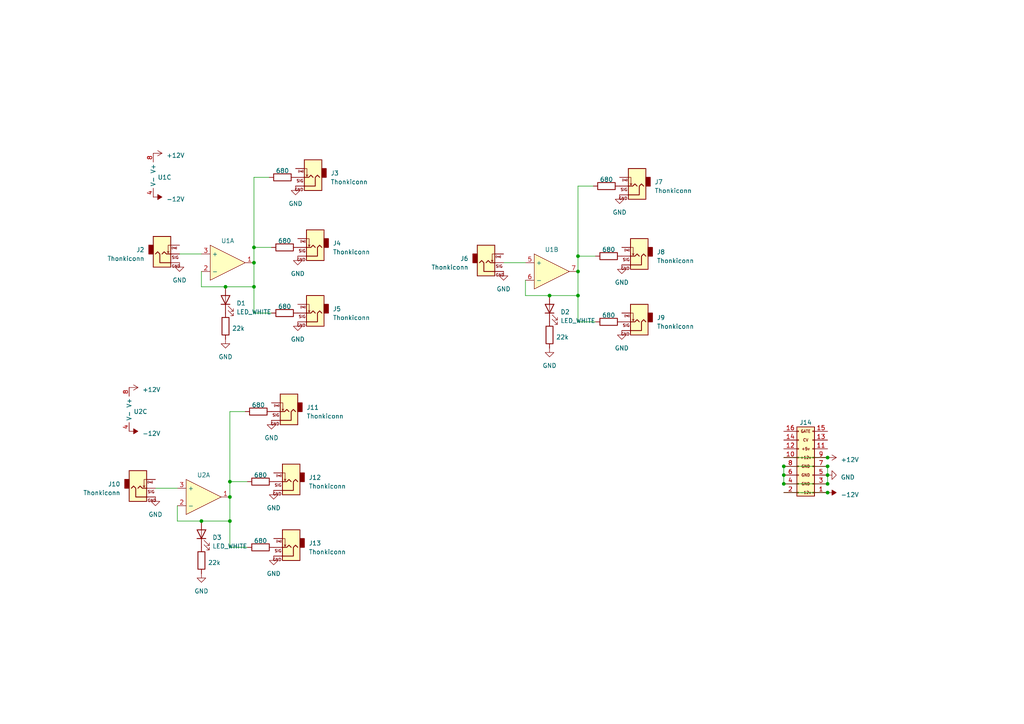
<source format=kicad_sch>
(kicad_sch (version 20230121) (generator eeschema)

  (uuid f16df878-161c-496d-8636-584f54421643)

  (paper "A4")

  (lib_symbols
    (symbol "PCM_EuroRackTools:22k" (pin_numbers hide) (pin_names (offset 0)) (in_bom yes) (on_board yes)
      (property "Reference" "R" (at -1.27 6.35 0)
        (effects (font (size 1.27 1.27)) hide)
      )
      (property "Value" "22k" (at -1.27 1.27 0)
        (effects (font (size 1.27 1.27)))
      )
      (property "Footprint" "Resistor_SMD:R_0603_1608Metric" (at -1.27 -6.35 0)
        (effects (font (size 1.27 1.27)) hide)
      )
      (property "Datasheet" "~" (at -6.35 6.35 90)
        (effects (font (size 1.27 1.27)) hide)
      )
      (property "LCSC" "C31850" (at -1.27 -2.54 0)
        (effects (font (size 1.27 1.27)) hide)
      )
      (property "ki_keywords" "R res resistor" (at 0 0 0)
        (effects (font (size 1.27 1.27)) hide)
      )
      (property "ki_description" "Resistor" (at 0 0 0)
        (effects (font (size 1.27 1.27)) hide)
      )
      (property "ki_fp_filters" "R_*" (at 0 0 0)
        (effects (font (size 1.27 1.27)) hide)
      )
      (symbol "22k_0_1"
        (rectangle (start 1.27 0.254) (end -3.81 2.286)
          (stroke (width 0.254) (type default))
          (fill (type none))
        )
      )
      (symbol "22k_1_1"
        (pin passive line (at -5.08 1.27 0) (length 1.27)
          (name "~" (effects (font (size 1.27 1.27))))
          (number "1" (effects (font (size 1.27 1.27))))
        )
        (pin passive line (at 2.54 1.27 180) (length 1.27)
          (name "~" (effects (font (size 1.27 1.27))))
          (number "2" (effects (font (size 1.27 1.27))))
        )
      )
    )
    (symbol "PCM_EuroRackTools:680" (pin_numbers hide) (pin_names (offset 0)) (in_bom yes) (on_board yes)
      (property "Reference" "R" (at -1.27 6.35 0)
        (effects (font (size 1.27 1.27)) hide)
      )
      (property "Value" "680" (at -1.27 1.27 0)
        (effects (font (size 1.27 1.27)))
      )
      (property "Footprint" "Resistor_SMD:R_0603_1608Metric" (at -1.27 -6.35 0)
        (effects (font (size 1.27 1.27)) hide)
      )
      (property "Datasheet" "~" (at -6.35 6.35 90)
        (effects (font (size 1.27 1.27)) hide)
      )
      (property "LCSC" "C23228" (at -1.27 -1.27 0)
        (effects (font (size 1.27 1.27)) hide)
      )
      (property "ki_keywords" "R res resistor" (at 0 0 0)
        (effects (font (size 1.27 1.27)) hide)
      )
      (property "ki_description" "Resistor" (at 0 0 0)
        (effects (font (size 1.27 1.27)) hide)
      )
      (property "ki_fp_filters" "R_*" (at 0 0 0)
        (effects (font (size 1.27 1.27)) hide)
      )
      (symbol "680_0_1"
        (rectangle (start 1.27 0.254) (end -3.81 2.286)
          (stroke (width 0.254) (type default))
          (fill (type none))
        )
      )
      (symbol "680_1_1"
        (pin passive line (at -5.08 1.27 0) (length 1.27)
          (name "~" (effects (font (size 1.27 1.27))))
          (number "1" (effects (font (size 1.27 1.27))))
        )
        (pin passive line (at 2.54 1.27 180) (length 1.27)
          (name "~" (effects (font (size 1.27 1.27))))
          (number "2" (effects (font (size 1.27 1.27))))
        )
      )
    )
    (symbol "PCM_EuroRackTools:EuroPower16" (pin_names (offset 1.016) hide) (in_bom yes) (on_board yes)
      (property "Reference" "J" (at 1.27 10.16 0)
        (effects (font (size 1.27 1.27)))
      )
      (property "Value" "EuroPower16" (at 1.27 -12.7 0)
        (effects (font (size 1.27 1.27)) hide)
      )
      (property "Footprint" "Connector_IDC:IDC-Header_2x08_P2.54mm_Vertical_SMD" (at 1.524 -18.034 0)
        (effects (font (size 1.27 1.27)) hide)
      )
      (property "Datasheet" "~" (at 1.524 -15.367 0)
        (effects (font (size 1.27 1.27)) hide)
      )
      (property "lcsc" "C383608" (at 5.08 12.7 0)
        (effects (font (size 1.27 1.27)) hide)
      )
      (property "ki_keywords" "connector" (at 0 0 0)
        (effects (font (size 1.27 1.27)) hide)
      )
      (property "ki_description" "Generic connector, double row, 02x08, odd/even pin numbering scheme (row 1 odd numbers, row 2 even numbers), script generated (kicad-library-utils/schlib/autogen/connector/)" (at 0 0 0)
        (effects (font (size 1.27 1.27)) hide)
      )
      (property "ki_fp_filters" "Connector*:*_2x??_*" (at 0 0 0)
        (effects (font (size 1.27 1.27)) hide)
      )
      (symbol "EuroPower16_0_0"
        (text "+12v" (at 1.27 0 0)
          (effects (font (size 0.8 0.8)))
        )
        (text "+5v" (at 1.27 2.54 0)
          (effects (font (size 0.8 0.8)))
        )
        (text "-12v" (at 1.27 -10.16 0)
          (effects (font (size 0.8 0.8)))
        )
        (text "CV" (at 1.27 5.08 0)
          (effects (font (size 0.8 0.8)))
        )
        (text "GATE" (at 1.27 7.62 0)
          (effects (font (size 0.8 0.8)))
        )
        (text "GND" (at 1.27 -7.62 0)
          (effects (font (size 0.8 0.8)))
        )
        (text "GND" (at 1.27 -5.08 0)
          (effects (font (size 0.8 0.8)))
        )
        (text "GND" (at 1.27 -2.54 0)
          (effects (font (size 0.8 0.8)))
        )
      )
      (symbol "EuroPower16_1_1"
        (rectangle (start -1.27 -10.033) (end -0.762 -10.287)
          (stroke (width 0.1524) (type default))
          (fill (type none))
        )
        (rectangle (start -1.27 -7.493) (end -0.762 -7.747)
          (stroke (width 0.1524) (type default))
          (fill (type none))
        )
        (rectangle (start -1.27 -4.953) (end -0.762 -5.207)
          (stroke (width 0.1524) (type default))
          (fill (type none))
        )
        (rectangle (start -1.27 -2.413) (end -0.762 -2.667)
          (stroke (width 0.1524) (type default))
          (fill (type none))
        )
        (rectangle (start -1.27 0.127) (end -0.762 -0.127)
          (stroke (width 0.1524) (type default))
          (fill (type none))
        )
        (rectangle (start -1.27 2.667) (end -0.762 2.413)
          (stroke (width 0.1524) (type default))
          (fill (type none))
        )
        (rectangle (start -1.27 5.207) (end -0.762 4.953)
          (stroke (width 0.1524) (type default))
          (fill (type none))
        )
        (rectangle (start -1.27 7.747) (end -0.762 7.493)
          (stroke (width 0.1524) (type default))
          (fill (type none))
        )
        (rectangle (start -1.27 8.89) (end 3.81 -11.176)
          (stroke (width 0.254) (type default))
          (fill (type background))
        )
        (rectangle (start 3.302 -10.033) (end 3.81 -10.287)
          (stroke (width 0.1524) (type default))
          (fill (type none))
        )
        (rectangle (start 3.302 -7.493) (end 3.81 -7.747)
          (stroke (width 0.1524) (type default))
          (fill (type none))
        )
        (rectangle (start 3.302 -4.953) (end 3.81 -5.207)
          (stroke (width 0.1524) (type default))
          (fill (type none))
        )
        (rectangle (start 3.302 -2.413) (end 3.81 -2.667)
          (stroke (width 0.1524) (type default))
          (fill (type none))
        )
        (rectangle (start 3.302 0.127) (end 3.81 -0.127)
          (stroke (width 0.1524) (type default))
          (fill (type none))
        )
        (rectangle (start 3.302 2.667) (end 3.81 2.413)
          (stroke (width 0.1524) (type default))
          (fill (type none))
        )
        (rectangle (start 3.302 5.207) (end 3.81 4.953)
          (stroke (width 0.1524) (type default))
          (fill (type none))
        )
        (rectangle (start 3.302 7.747) (end 3.81 7.493)
          (stroke (width 0.1524) (type default))
          (fill (type none))
        )
        (pin power_out line (at 7.62 -10.16 180) (length 3.81)
          (name "-12v_R" (effects (font (size 1.27 1.27))))
          (number "1" (effects (font (size 1.27 1.27))))
        )
        (pin power_out line (at -5.08 0 0) (length 3.81)
          (name "+12V_L" (effects (font (size 1.27 1.27))))
          (number "10" (effects (font (size 1.27 1.27))))
        )
        (pin power_out line (at 7.62 2.54 180) (length 3.81)
          (name "+5v_R" (effects (font (size 1.27 1.27))))
          (number "11" (effects (font (size 1.27 1.27))))
        )
        (pin power_out line (at -5.08 2.54 0) (length 3.81)
          (name "+5v_L" (effects (font (size 1.27 1.27))))
          (number "12" (effects (font (size 1.27 1.27))))
        )
        (pin passive line (at 7.62 5.08 180) (length 3.81)
          (name "CV_R" (effects (font (size 1.27 1.27))))
          (number "13" (effects (font (size 1.27 1.27))))
        )
        (pin passive line (at -5.08 5.08 0) (length 3.81)
          (name "CV_L" (effects (font (size 1.27 1.27))))
          (number "14" (effects (font (size 1.27 1.27))))
        )
        (pin passive line (at 7.62 7.62 180) (length 3.81)
          (name "GATE_R" (effects (font (size 1.27 1.27))))
          (number "15" (effects (font (size 1.27 1.27))))
        )
        (pin passive line (at -5.08 7.62 0) (length 3.81)
          (name "GATE_L" (effects (font (size 1.27 1.27))))
          (number "16" (effects (font (size 1.27 1.27))))
        )
        (pin power_out line (at -5.08 -10.16 0) (length 3.81)
          (name "-12v_L" (effects (font (size 1.27 1.27))))
          (number "2" (effects (font (size 1.27 1.27))))
        )
        (pin power_out line (at 7.62 -7.62 180) (length 3.81)
          (name "GND" (effects (font (size 1.27 1.27))))
          (number "3" (effects (font (size 1.27 1.27))))
        )
        (pin power_out line (at -5.08 -7.62 0) (length 3.81)
          (name "GND" (effects (font (size 1.27 1.27))))
          (number "4" (effects (font (size 1.27 1.27))))
        )
        (pin power_out line (at 7.62 -5.08 180) (length 3.81)
          (name "GND_R3" (effects (font (size 1.27 1.27))))
          (number "5" (effects (font (size 1.27 1.27))))
        )
        (pin power_out line (at -5.08 -5.08 0) (length 3.81)
          (name "GND_L3" (effects (font (size 1.27 1.27))))
          (number "6" (effects (font (size 1.27 1.27))))
        )
        (pin power_out line (at 7.62 -2.54 180) (length 3.81)
          (name "GND_R2" (effects (font (size 1.27 1.27))))
          (number "7" (effects (font (size 1.27 1.27))))
        )
        (pin power_out line (at -5.08 -2.54 0) (length 3.81)
          (name "GND_L2" (effects (font (size 1.27 1.27))))
          (number "8" (effects (font (size 1.27 1.27))))
        )
        (pin power_out line (at 7.62 0 180) (length 3.81)
          (name "+12V_R" (effects (font (size 1.27 1.27))))
          (number "9" (effects (font (size 1.27 1.27))))
        )
      )
    )
    (symbol "PCM_EuroRackTools:LED_WHITE" (pin_numbers hide) (pin_names (offset 1.016) hide) (in_bom yes) (on_board yes)
      (property "Reference" "D" (at 0 -2.54 0)
        (effects (font (size 1.27 1.27)))
      )
      (property "Value" "LED_WHITE" (at 0 3.81 0)
        (effects (font (size 1.27 1.27)))
      )
      (property "Footprint" "LED_SMD:LED_0603_1608Metric" (at 5.08 9.398 0)
        (effects (font (size 1.27 1.27)) hide)
      )
      (property "Datasheet" "~" (at 0 0 0)
        (effects (font (size 1.27 1.27)) hide)
      )
      (property "LCSC" "C2290" (at 9.144 -8.382 0)
        (effects (font (size 1.27 1.27)) hide)
      )
      (property "ki_keywords" "LED diode" (at 0 0 0)
        (effects (font (size 1.27 1.27)) hide)
      )
      (property "ki_description" "Light emitting diode" (at 0 0 0)
        (effects (font (size 1.27 1.27)) hide)
      )
      (property "ki_fp_filters" "LED* LED_SMD:* LED_THT:*" (at 0 0 0)
        (effects (font (size 1.27 1.27)) hide)
      )
      (symbol "LED_WHITE_0_1"
        (polyline
          (pts
            (xy 1.27 0)
            (xy -1.27 0)
          )
          (stroke (width 0) (type default))
          (fill (type none))
        )
        (polyline
          (pts
            (xy 1.27 1.27)
            (xy 1.27 -1.27)
          )
          (stroke (width 0.254) (type default))
          (fill (type none))
        )
        (polyline
          (pts
            (xy -1.27 1.27)
            (xy -1.27 -1.27)
            (xy 1.27 0)
            (xy -1.27 1.27)
          )
          (stroke (width 0.254) (type default))
          (fill (type none))
        )
        (polyline
          (pts
            (xy 1.778 0.762)
            (xy 3.302 2.286)
            (xy 2.54 2.286)
            (xy 3.302 2.286)
            (xy 3.302 1.524)
          )
          (stroke (width 0) (type default))
          (fill (type none))
        )
        (polyline
          (pts
            (xy 3.048 0.762)
            (xy 4.572 2.286)
            (xy 3.81 2.286)
            (xy 4.572 2.286)
            (xy 4.572 1.524)
          )
          (stroke (width 0) (type default))
          (fill (type none))
        )
      )
      (symbol "LED_WHITE_1_1"
        (pin passive line (at 3.81 0 180) (length 2.54)
          (name "K" (effects (font (size 1.27 1.27))))
          (number "1" (effects (font (size 1.27 1.27))))
        )
        (pin passive line (at -3.81 0 0) (length 2.54)
          (name "A" (effects (font (size 1.27 1.27))))
          (number "2" (effects (font (size 1.27 1.27))))
        )
      )
    )
    (symbol "PCM_EuroRackTools:TL072" (in_bom yes) (on_board yes)
      (property "Reference" "U" (at -1.27 0 0)
        (effects (font (size 1.27 1.27)))
      )
      (property "Value" "TL072" (at 5.08 3.81 0)
        (effects (font (size 1.27 1.27)) hide)
      )
      (property "Footprint" "Package_SO:SOIC-8_3.9x4.9mm_P1.27mm" (at 0 -8.89 0)
        (effects (font (size 1.27 1.27)) hide)
      )
      (property "Datasheet" "" (at 0 0 0)
        (effects (font (size 1.27 1.27)) hide)
      )
      (property "Sim.Pins" "1=1 2=2 3=3 4=4 5=5 6=6 7=7 8=8" (at -11.43 17.78 0)
        (effects (font (size 1.27 1.27)) hide)
      )
      (property "Sim.Device" "SPICE" (at 1.27 7.62 0)
        (effects (font (size 1.27 1.27)) hide)
      )
      (property "Sim.Params" "type=\"X\" model=\"MY_TL072\" lib=\"\"" (at 0 0 0)
        (effects (font (size 0 0)) hide)
      )
      (property "LCSC" "C6961" (at 3.175 -4.445 0)
        (effects (font (size 1.27 1.27)) hide)
      )
      (symbol "TL072_1_1"
        (polyline
          (pts
            (xy -5.08 5.08)
            (xy -5.08 -5.08)
            (xy 5.08 0)
            (xy -5.08 5.08)
          )
          (stroke (width 0.1524) (type default))
          (fill (type background))
        )
        (pin output line (at 7.62 0 180) (length 2.54)
          (name "" (effects (font (size 1.27 1.27))))
          (number "1" (effects (font (size 1.27 1.27))))
        )
        (pin input line (at -7.62 -2.54 0) (length 2.54)
          (name "-" (effects (font (size 1.27 1.27))))
          (number "2" (effects (font (size 1.27 1.27))))
        )
        (pin input line (at -7.62 2.54 0) (length 2.54)
          (name "+" (effects (font (size 1.27 1.27))))
          (number "3" (effects (font (size 1.27 1.27))))
        )
      )
      (symbol "TL072_2_1"
        (polyline
          (pts
            (xy -5.08 5.08)
            (xy -5.08 -5.08)
            (xy 5.08 0)
            (xy -5.08 5.08)
          )
          (stroke (width 0.1524) (type default))
          (fill (type background))
        )
        (pin input line (at -7.62 2.54 0) (length 2.54)
          (name "+" (effects (font (size 1.27 1.27))))
          (number "5" (effects (font (size 1.27 1.27))))
        )
        (pin input line (at -7.62 -2.54 0) (length 2.54)
          (name "-" (effects (font (size 1.27 1.27))))
          (number "6" (effects (font (size 1.27 1.27))))
        )
        (pin output line (at 7.62 0 180) (length 2.54)
          (name "" (effects (font (size 1.27 1.27))))
          (number "7" (effects (font (size 1.27 1.27))))
        )
      )
      (symbol "TL072_3_0"
        (pin power_in line (at -2.54 -6.35 90) (length 2.54)
          (name "V-" (effects (font (size 1.27 1.27))))
          (number "4" (effects (font (size 1.27 1.27))))
        )
        (pin power_in line (at -2.54 6.35 270) (length 2.54)
          (name "V+" (effects (font (size 1.27 1.27))))
          (number "8" (effects (font (size 1.27 1.27))))
        )
      )
    )
    (symbol "PCM_EuroRackTools:Thonkiconn" (pin_numbers hide) (in_bom yes) (on_board yes)
      (property "Reference" "J" (at -1.27 -3.048 0)
        (effects (font (size 1.27 1.27)))
      )
      (property "Value" "Thonkiconn" (at 0 6.35 0)
        (effects (font (size 1.27 1.27)))
      )
      (property "Footprint" "Connector_Audio:Jack_3.5mm_QingPu_WQP-PJ398SM_Vertical_CircularHoles" (at 1.27 11.43 0)
        (effects (font (size 1.27 1.27)) hide)
      )
      (property "Datasheet" "~" (at 0 0 0)
        (effects (font (size 1.27 1.27)) hide)
      )
      (property "ki_keywords" "audio jack receptacle mono headphones phone TS connector" (at 0 0 0)
        (effects (font (size 1.27 1.27)) hide)
      )
      (property "ki_description" "Audio Jack, 2 Poles (Mono / TS), Switched T Pole (Normalling)" (at 0 0 0)
        (effects (font (size 1.27 1.27)) hide)
      )
      (property "ki_fp_filters" "Jack*" (at 0 0 0)
        (effects (font (size 1.27 1.27)) hide)
      )
      (symbol "Thonkiconn_0_0"
        (text "(no)" (at 3.556 -1.778 0)
          (effects (font (size 0.5 0.5)))
        )
        (text "GND" (at 4.064 3.556 0)
          (effects (font (size 0.8 0.8)))
        )
        (text "SIG" (at 3.81 1.016 0)
          (effects (font (size 0.8 0.8)))
        )
      )
      (symbol "Thonkiconn_0_1"
        (rectangle (start -2.54 0) (end -3.81 -2.54)
          (stroke (width 0.254) (type default))
          (fill (type outline))
        )
        (polyline
          (pts
            (xy 1.778 -0.254)
            (xy 2.032 -0.762)
          )
          (stroke (width 0) (type default))
          (fill (type none))
        )
        (polyline
          (pts
            (xy 0 0)
            (xy 0.635 -0.635)
            (xy 1.27 0)
            (xy 2.54 0)
          )
          (stroke (width 0.254) (type default))
          (fill (type none))
        )
        (polyline
          (pts
            (xy 2.54 -2.54)
            (xy 1.778 -2.54)
            (xy 1.778 -0.254)
            (xy 1.524 -0.762)
          )
          (stroke (width 0) (type default))
          (fill (type none))
        )
        (polyline
          (pts
            (xy 2.54 2.54)
            (xy -0.635 2.54)
            (xy -0.635 0)
            (xy -1.27 -0.635)
            (xy -1.905 0)
          )
          (stroke (width 0.254) (type default))
          (fill (type none))
        )
        (rectangle (start 2.54 3.81) (end -2.54 -5.08)
          (stroke (width 0.254) (type default))
          (fill (type background))
        )
      )
      (symbol "Thonkiconn_1_1"
        (pin passive line (at 5.08 2.54 180) (length 2.54)
          (name "~" (effects (font (size 1.27 1.27))))
          (number "S" (effects (font (size 1.27 1.27))))
        )
        (pin passive line (at 5.08 0 180) (length 2.54)
          (name "~" (effects (font (size 1.27 1.27))))
          (number "T" (effects (font (size 1.27 1.27))))
        )
        (pin passive line (at 5.08 -2.54 180) (length 2.54)
          (name "~" (effects (font (size 1.27 1.27))))
          (number "TN" (effects (font (size 1.27 1.27))))
        )
      )
    )
    (symbol "power:+12V" (power) (pin_names (offset 0)) (in_bom yes) (on_board yes)
      (property "Reference" "#PWR" (at 0 -3.81 0)
        (effects (font (size 1.27 1.27)) hide)
      )
      (property "Value" "+12V" (at 0 3.556 0)
        (effects (font (size 1.27 1.27)))
      )
      (property "Footprint" "" (at 0 0 0)
        (effects (font (size 1.27 1.27)) hide)
      )
      (property "Datasheet" "" (at 0 0 0)
        (effects (font (size 1.27 1.27)) hide)
      )
      (property "ki_keywords" "global power" (at 0 0 0)
        (effects (font (size 1.27 1.27)) hide)
      )
      (property "ki_description" "Power symbol creates a global label with name \"+12V\"" (at 0 0 0)
        (effects (font (size 1.27 1.27)) hide)
      )
      (symbol "+12V_0_1"
        (polyline
          (pts
            (xy -0.762 1.27)
            (xy 0 2.54)
          )
          (stroke (width 0) (type default))
          (fill (type none))
        )
        (polyline
          (pts
            (xy 0 0)
            (xy 0 2.54)
          )
          (stroke (width 0) (type default))
          (fill (type none))
        )
        (polyline
          (pts
            (xy 0 2.54)
            (xy 0.762 1.27)
          )
          (stroke (width 0) (type default))
          (fill (type none))
        )
      )
      (symbol "+12V_1_1"
        (pin power_in line (at 0 0 90) (length 0) hide
          (name "+12V" (effects (font (size 1.27 1.27))))
          (number "1" (effects (font (size 1.27 1.27))))
        )
      )
    )
    (symbol "power:-12V" (power) (pin_names (offset 0)) (in_bom yes) (on_board yes)
      (property "Reference" "#PWR" (at 0 2.54 0)
        (effects (font (size 1.27 1.27)) hide)
      )
      (property "Value" "-12V" (at 0 3.81 0)
        (effects (font (size 1.27 1.27)))
      )
      (property "Footprint" "" (at 0 0 0)
        (effects (font (size 1.27 1.27)) hide)
      )
      (property "Datasheet" "" (at 0 0 0)
        (effects (font (size 1.27 1.27)) hide)
      )
      (property "ki_keywords" "global power" (at 0 0 0)
        (effects (font (size 1.27 1.27)) hide)
      )
      (property "ki_description" "Power symbol creates a global label with name \"-12V\"" (at 0 0 0)
        (effects (font (size 1.27 1.27)) hide)
      )
      (symbol "-12V_0_0"
        (pin power_in line (at 0 0 90) (length 0) hide
          (name "-12V" (effects (font (size 1.27 1.27))))
          (number "1" (effects (font (size 1.27 1.27))))
        )
      )
      (symbol "-12V_0_1"
        (polyline
          (pts
            (xy 0 0)
            (xy 0 1.27)
            (xy 0.762 1.27)
            (xy 0 2.54)
            (xy -0.762 1.27)
            (xy 0 1.27)
          )
          (stroke (width 0) (type default))
          (fill (type outline))
        )
      )
    )
    (symbol "power:GND" (power) (pin_names (offset 0)) (in_bom yes) (on_board yes)
      (property "Reference" "#PWR" (at 0 -6.35 0)
        (effects (font (size 1.27 1.27)) hide)
      )
      (property "Value" "GND" (at 0 -3.81 0)
        (effects (font (size 1.27 1.27)))
      )
      (property "Footprint" "" (at 0 0 0)
        (effects (font (size 1.27 1.27)) hide)
      )
      (property "Datasheet" "" (at 0 0 0)
        (effects (font (size 1.27 1.27)) hide)
      )
      (property "ki_keywords" "global power" (at 0 0 0)
        (effects (font (size 1.27 1.27)) hide)
      )
      (property "ki_description" "Power symbol creates a global label with name \"GND\" , ground" (at 0 0 0)
        (effects (font (size 1.27 1.27)) hide)
      )
      (symbol "GND_0_1"
        (polyline
          (pts
            (xy 0 0)
            (xy 0 -1.27)
            (xy 1.27 -1.27)
            (xy 0 -2.54)
            (xy -1.27 -1.27)
            (xy 0 -1.27)
          )
          (stroke (width 0) (type default))
          (fill (type none))
        )
      )
      (symbol "GND_1_1"
        (pin power_in line (at 0 0 270) (length 0) hide
          (name "GND" (effects (font (size 1.27 1.27))))
          (number "1" (effects (font (size 1.27 1.27))))
        )
      )
    )
  )

  (junction (at 227.33 140.335) (diameter 0) (color 0 0 0 0)
    (uuid 00b12d60-a0ad-4ad9-adbe-2a67bb3be402)
  )
  (junction (at 66.675 139.7) (diameter 0) (color 0 0 0 0)
    (uuid 04b094f4-54dd-4c4e-bbe7-7c6908a73f51)
  )
  (junction (at 73.66 71.755) (diameter 0) (color 0 0 0 0)
    (uuid 07b2937e-fcf1-42db-8cb7-7d62b597b1b6)
  )
  (junction (at 227.33 135.255) (diameter 0) (color 0 0 0 0)
    (uuid 18745ce2-0aa3-4679-9fc0-7b71cf5a30c3)
  )
  (junction (at 240.03 137.795) (diameter 0) (color 0 0 0 0)
    (uuid 2cab8269-a484-4714-8380-1b659e8482ed)
  )
  (junction (at 240.03 132.715) (diameter 0) (color 0 0 0 0)
    (uuid 3e0ad6d8-7fe6-4ded-8d2f-43476eb81170)
  )
  (junction (at 73.66 76.2) (diameter 0) (color 0 0 0 0)
    (uuid 3fee22bf-136b-479c-af70-691d1a857383)
  )
  (junction (at 167.64 85.725) (diameter 0) (color 0 0 0 0)
    (uuid 5f52566a-aa48-4db8-9f6f-e6ce7e4e8b0a)
  )
  (junction (at 65.405 83.185) (diameter 0) (color 0 0 0 0)
    (uuid 76677eee-c0b4-479d-bf74-442fd2c8fc3b)
  )
  (junction (at 66.675 151.13) (diameter 0) (color 0 0 0 0)
    (uuid 7b84b18c-6684-4fe1-a171-d5a5f6b52be7)
  )
  (junction (at 159.385 85.725) (diameter 0) (color 0 0 0 0)
    (uuid 9682740f-549f-4bee-bdf2-225624b85d22)
  )
  (junction (at 66.675 144.145) (diameter 0) (color 0 0 0 0)
    (uuid 9d17111f-4e15-4b8e-8463-9786aefb0a2f)
  )
  (junction (at 240.03 142.875) (diameter 0) (color 0 0 0 0)
    (uuid a2b75de9-4506-4daf-b4ec-a286f4bed6ac)
  )
  (junction (at 58.42 151.13) (diameter 0) (color 0 0 0 0)
    (uuid a607f01c-d872-482f-b062-1d352955a933)
  )
  (junction (at 240.03 140.335) (diameter 0) (color 0 0 0 0)
    (uuid b61952ac-c009-4463-8622-e1cc41e4a207)
  )
  (junction (at 167.64 74.295) (diameter 0) (color 0 0 0 0)
    (uuid cbf8fcf9-549d-442e-8f20-ea4291b1eb14)
  )
  (junction (at 167.64 78.74) (diameter 0) (color 0 0 0 0)
    (uuid d536063c-fec6-4660-935b-33d71bf0df48)
  )
  (junction (at 73.66 83.185) (diameter 0) (color 0 0 0 0)
    (uuid de09bb2e-48e1-4423-94d5-d2040e616a4a)
  )
  (junction (at 227.33 137.795) (diameter 0) (color 0 0 0 0)
    (uuid eeb6142c-6ab1-497a-af18-ee8835de2d37)
  )
  (junction (at 240.03 135.255) (diameter 0) (color 0 0 0 0)
    (uuid ff4b26ab-e99b-4806-8c12-1086ca433680)
  )

  (wire (pts (xy 71.12 119.38) (xy 66.675 119.38))
    (stroke (width 0) (type default))
    (uuid 007a5e04-73a7-4c03-9d3b-ffb2e31774ac)
  )
  (wire (pts (xy 240.03 135.255) (xy 240.03 137.795))
    (stroke (width 0) (type default))
    (uuid 01e0b955-e248-4ad0-808e-00f8414b532e)
  )
  (wire (pts (xy 66.675 139.7) (xy 66.675 144.145))
    (stroke (width 0) (type default))
    (uuid 0c967df5-6e8b-451e-8ce7-7f1a0f499986)
  )
  (wire (pts (xy 51.435 146.685) (xy 51.435 151.13))
    (stroke (width 0) (type default))
    (uuid 1dd8ee35-24e3-44a2-b98c-fd0c504edc29)
  )
  (wire (pts (xy 167.64 53.975) (xy 167.64 74.295))
    (stroke (width 0) (type default))
    (uuid 25b53213-40c4-4324-82bf-ab72e86adb5e)
  )
  (wire (pts (xy 227.33 135.255) (xy 240.03 135.255))
    (stroke (width 0) (type default))
    (uuid 27c193a6-875a-4184-9560-c0d60cccd28f)
  )
  (wire (pts (xy 172.085 53.975) (xy 167.64 53.975))
    (stroke (width 0) (type default))
    (uuid 2915ec61-900e-46d3-882f-0c9869d3a4a4)
  )
  (wire (pts (xy 152.4 81.28) (xy 152.4 85.725))
    (stroke (width 0) (type default))
    (uuid 2b15c004-538c-4d94-bc03-6b33431b347d)
  )
  (wire (pts (xy 152.4 85.725) (xy 159.385 85.725))
    (stroke (width 0) (type default))
    (uuid 2f393a32-ce10-4e36-9914-6a534df53eab)
  )
  (wire (pts (xy 73.66 90.805) (xy 73.66 83.185))
    (stroke (width 0) (type default))
    (uuid 2fd4eb11-e916-4750-b0df-e03e399c8895)
  )
  (wire (pts (xy 78.105 51.435) (xy 73.66 51.435))
    (stroke (width 0) (type default))
    (uuid 40987685-0c2c-427a-8269-49c2ebbb7637)
  )
  (wire (pts (xy 52.07 73.66) (xy 58.42 73.66))
    (stroke (width 0) (type default))
    (uuid 412f6dfe-3b0d-48b6-bccd-cbad356b4a43)
  )
  (wire (pts (xy 73.66 71.755) (xy 73.66 76.2))
    (stroke (width 0) (type default))
    (uuid 4a2edc0e-dc00-48d4-b9bc-4e19cee2bdf5)
  )
  (wire (pts (xy 167.64 74.295) (xy 172.72 74.295))
    (stroke (width 0) (type default))
    (uuid 4c37a7c5-2325-4f29-9999-edb3feb6ae95)
  )
  (wire (pts (xy 227.33 137.795) (xy 227.33 140.335))
    (stroke (width 0) (type default))
    (uuid 5166d210-6cd7-4326-b53e-8ccdec0e0cf6)
  )
  (wire (pts (xy 240.03 137.795) (xy 240.03 140.335))
    (stroke (width 0) (type default))
    (uuid 6c75d716-c338-4e62-bfd4-d813e750d613)
  )
  (wire (pts (xy 73.66 83.185) (xy 73.66 76.2))
    (stroke (width 0) (type default))
    (uuid 6ce57679-79c1-4ed6-8a36-762a5f8a8f7c)
  )
  (wire (pts (xy 66.675 139.7) (xy 71.755 139.7))
    (stroke (width 0) (type default))
    (uuid 6ee436f8-5b1e-4d99-8785-e3ddff9b3c5b)
  )
  (wire (pts (xy 167.64 78.74) (xy 167.64 85.725))
    (stroke (width 0) (type default))
    (uuid 700cc08e-fa42-4520-bc4e-5003782681a4)
  )
  (wire (pts (xy 58.42 151.13) (xy 66.675 151.13))
    (stroke (width 0) (type default))
    (uuid 70f67a5e-d39c-4df7-9fd2-f04a4d5e46d1)
  )
  (wire (pts (xy 78.74 90.805) (xy 73.66 90.805))
    (stroke (width 0) (type default))
    (uuid 8aa30dd7-b6c9-44a7-94f1-ff1b088b99bc)
  )
  (wire (pts (xy 167.64 93.345) (xy 167.64 85.725))
    (stroke (width 0) (type default))
    (uuid 8bf06da7-3f1d-49f5-95f3-a9e638fd21fc)
  )
  (wire (pts (xy 227.33 132.715) (xy 240.03 132.715))
    (stroke (width 0) (type default))
    (uuid 9bb4d2a2-90a2-4f6b-8b61-c76ef4752594)
  )
  (wire (pts (xy 172.72 93.345) (xy 167.64 93.345))
    (stroke (width 0) (type default))
    (uuid a86b4aef-a76c-4486-9132-8cfc5da84a3f)
  )
  (wire (pts (xy 58.42 83.185) (xy 65.405 83.185))
    (stroke (width 0) (type default))
    (uuid a95083f8-f769-48f4-b2d5-faab2078d4dd)
  )
  (wire (pts (xy 65.405 83.185) (xy 73.66 83.185))
    (stroke (width 0) (type default))
    (uuid ab37a769-a259-4180-a080-01bcac71b57b)
  )
  (wire (pts (xy 58.42 78.74) (xy 58.42 83.185))
    (stroke (width 0) (type default))
    (uuid ace4cc7a-b560-4dcd-8a8b-32504b716844)
  )
  (wire (pts (xy 66.675 158.75) (xy 66.675 151.13))
    (stroke (width 0) (type default))
    (uuid ae19d3a0-b067-4cb5-b3c1-7badee876a81)
  )
  (wire (pts (xy 227.33 142.875) (xy 240.03 142.875))
    (stroke (width 0) (type default))
    (uuid b04fd4c8-c813-4433-89bd-bee05905504d)
  )
  (wire (pts (xy 66.675 119.38) (xy 66.675 139.7))
    (stroke (width 0) (type default))
    (uuid b071156a-6e12-4eb4-a8ad-5294e9ac2f2a)
  )
  (wire (pts (xy 159.385 85.725) (xy 167.64 85.725))
    (stroke (width 0) (type default))
    (uuid b795e0d1-038b-449f-9a4a-e423151d6a47)
  )
  (wire (pts (xy 51.435 151.13) (xy 58.42 151.13))
    (stroke (width 0) (type default))
    (uuid b84025d1-8783-4c84-a7a7-d872a7f93d5e)
  )
  (wire (pts (xy 240.03 140.335) (xy 227.33 140.335))
    (stroke (width 0) (type default))
    (uuid bc8e8e8e-fe04-4c52-bf77-e1166ddb7dcd)
  )
  (wire (pts (xy 66.675 151.13) (xy 66.675 144.145))
    (stroke (width 0) (type default))
    (uuid c96d7983-d864-47c6-87af-5fd71039e718)
  )
  (wire (pts (xy 227.33 135.255) (xy 227.33 137.795))
    (stroke (width 0) (type default))
    (uuid d388cfd4-6264-48ad-8737-bffc3725062c)
  )
  (wire (pts (xy 167.64 74.295) (xy 167.64 78.74))
    (stroke (width 0) (type default))
    (uuid d93bc6ed-59b6-41e3-bdc2-ad5db376a98f)
  )
  (wire (pts (xy 146.05 76.2) (xy 152.4 76.2))
    (stroke (width 0) (type default))
    (uuid e8c7ad83-4555-40ef-bf7a-def6a2165c9f)
  )
  (wire (pts (xy 73.66 71.755) (xy 78.74 71.755))
    (stroke (width 0) (type default))
    (uuid f025c6dd-bd95-4945-9420-fb3d24d7d1ed)
  )
  (wire (pts (xy 45.085 141.605) (xy 51.435 141.605))
    (stroke (width 0) (type default))
    (uuid f05afe16-111f-46bd-85d5-8cd1cbc7b0a7)
  )
  (wire (pts (xy 73.66 51.435) (xy 73.66 71.755))
    (stroke (width 0) (type default))
    (uuid f079ba57-e77c-476f-ac0c-db299ad53ddc)
  )
  (wire (pts (xy 71.755 158.75) (xy 66.675 158.75))
    (stroke (width 0) (type default))
    (uuid f6693809-35d4-4863-be2c-cd17bc9add61)
  )

  (symbol (lib_id "power:GND") (at 65.405 98.425 0) (unit 1)
    (in_bom yes) (on_board yes) (dnp no) (fields_autoplaced)
    (uuid 01bf2602-9a9b-4df4-a0b9-b555c397cde7)
    (property "Reference" "#PWR010" (at 65.405 104.775 0)
      (effects (font (size 1.27 1.27)) hide)
    )
    (property "Value" "GND" (at 65.405 103.505 0)
      (effects (font (size 1.27 1.27)))
    )
    (property "Footprint" "" (at 65.405 98.425 0)
      (effects (font (size 1.27 1.27)) hide)
    )
    (property "Datasheet" "" (at 65.405 98.425 0)
      (effects (font (size 1.27 1.27)) hide)
    )
    (pin "1" (uuid 53fcdf9b-dbae-4294-b7fe-2add8f13c2b0))
    (instances
      (project "my active mult"
        (path "/f16df878-161c-496d-8636-584f54421643"
          (reference "#PWR010") (unit 1)
        )
      )
    )
  )

  (symbol (lib_id "PCM_EuroRackTools:LED_WHITE") (at 159.385 89.535 270) (unit 1)
    (in_bom yes) (on_board yes) (dnp no) (fields_autoplaced)
    (uuid 068cfde3-4a01-4c2c-877a-7db4fff0b949)
    (property "Reference" "D2" (at 162.56 90.4875 90)
      (effects (font (size 1.27 1.27)) (justify left))
    )
    (property "Value" "LED_WHITE" (at 162.56 93.0275 90)
      (effects (font (size 1.27 1.27)) (justify left))
    )
    (property "Footprint" "LED_SMD:LED_0603_1608Metric" (at 168.783 94.615 0)
      (effects (font (size 1.27 1.27)) hide)
    )
    (property "Datasheet" "~" (at 159.385 89.535 0)
      (effects (font (size 1.27 1.27)) hide)
    )
    (property "LCSC" "C2290" (at 151.003 98.679 0)
      (effects (font (size 1.27 1.27)) hide)
    )
    (pin "1" (uuid 2f02845f-442c-4c55-b909-b780676430ea))
    (pin "2" (uuid 2fb6c46c-b555-4e56-9a54-a0ed3e75e699))
    (instances
      (project "my active mult"
        (path "/f16df878-161c-496d-8636-584f54421643"
          (reference "D2") (unit 1)
        )
      )
    )
  )

  (symbol (lib_id "power:-12V") (at 37.465 125.095 270) (unit 1)
    (in_bom yes) (on_board yes) (dnp no) (fields_autoplaced)
    (uuid 07a8dae2-bf92-4fe1-a3dd-842a3bd7bb50)
    (property "Reference" "#PWR012" (at 40.005 125.095 0)
      (effects (font (size 1.27 1.27)) hide)
    )
    (property "Value" "-12V" (at 41.275 125.73 90)
      (effects (font (size 1.27 1.27)) (justify left))
    )
    (property "Footprint" "" (at 37.465 125.095 0)
      (effects (font (size 1.27 1.27)) hide)
    )
    (property "Datasheet" "" (at 37.465 125.095 0)
      (effects (font (size 1.27 1.27)) hide)
    )
    (pin "1" (uuid bf0aa724-da45-45f4-bc71-0d464d93862d))
    (instances
      (project "my active mult"
        (path "/f16df878-161c-496d-8636-584f54421643"
          (reference "#PWR012") (unit 1)
        )
      )
    )
  )

  (symbol (lib_id "power:GND") (at 180.34 95.885 0) (unit 1)
    (in_bom yes) (on_board yes) (dnp no) (fields_autoplaced)
    (uuid 153e047c-c1e9-465d-8a77-ba55461f01a9)
    (property "Reference" "#PWR017" (at 180.34 102.235 0)
      (effects (font (size 1.27 1.27)) hide)
    )
    (property "Value" "GND" (at 180.34 100.965 0)
      (effects (font (size 1.27 1.27)))
    )
    (property "Footprint" "" (at 180.34 95.885 0)
      (effects (font (size 1.27 1.27)) hide)
    )
    (property "Datasheet" "" (at 180.34 95.885 0)
      (effects (font (size 1.27 1.27)) hide)
    )
    (pin "1" (uuid 7639f4ca-5375-4010-8fe5-b8caf590bf27))
    (instances
      (project "my active mult"
        (path "/f16df878-161c-496d-8636-584f54421643"
          (reference "#PWR017") (unit 1)
        )
      )
    )
  )

  (symbol (lib_id "power:GND") (at 45.085 144.145 0) (unit 1)
    (in_bom yes) (on_board yes) (dnp no) (fields_autoplaced)
    (uuid 18c56e93-b9ee-41f0-8c9e-0d328c9cbd97)
    (property "Reference" "#PWR018" (at 45.085 150.495 0)
      (effects (font (size 1.27 1.27)) hide)
    )
    (property "Value" "GND" (at 45.085 149.225 0)
      (effects (font (size 1.27 1.27)))
    )
    (property "Footprint" "" (at 45.085 144.145 0)
      (effects (font (size 1.27 1.27)) hide)
    )
    (property "Datasheet" "" (at 45.085 144.145 0)
      (effects (font (size 1.27 1.27)) hide)
    )
    (pin "1" (uuid dd03061f-2ec7-4226-a5a6-74ada193f9b0))
    (instances
      (project "my active mult"
        (path "/f16df878-161c-496d-8636-584f54421643"
          (reference "#PWR018") (unit 1)
        )
      )
    )
  )

  (symbol (lib_id "power:+12V") (at 44.45 44.45 270) (unit 1)
    (in_bom yes) (on_board yes) (dnp no) (fields_autoplaced)
    (uuid 199c657d-5bc0-4d8c-91a7-7f239e626578)
    (property "Reference" "#PWR08" (at 40.64 44.45 0)
      (effects (font (size 1.27 1.27)) hide)
    )
    (property "Value" "+12V" (at 48.26 45.085 90)
      (effects (font (size 1.27 1.27)) (justify left))
    )
    (property "Footprint" "" (at 44.45 44.45 0)
      (effects (font (size 1.27 1.27)) hide)
    )
    (property "Datasheet" "" (at 44.45 44.45 0)
      (effects (font (size 1.27 1.27)) hide)
    )
    (pin "1" (uuid 66a6d9e0-63d2-4d0a-9e09-b713e9a7755e))
    (instances
      (project "my active mult"
        (path "/f16df878-161c-496d-8636-584f54421643"
          (reference "#PWR08") (unit 1)
        )
      )
    )
  )

  (symbol (lib_id "power:GND") (at 86.36 93.345 0) (unit 1)
    (in_bom yes) (on_board yes) (dnp no) (fields_autoplaced)
    (uuid 19eca4b0-e7b1-4d7e-ba4d-5808e33d1ce3)
    (property "Reference" "#PWR07" (at 86.36 99.695 0)
      (effects (font (size 1.27 1.27)) hide)
    )
    (property "Value" "GND" (at 86.36 98.425 0)
      (effects (font (size 1.27 1.27)))
    )
    (property "Footprint" "" (at 86.36 93.345 0)
      (effects (font (size 1.27 1.27)) hide)
    )
    (property "Datasheet" "" (at 86.36 93.345 0)
      (effects (font (size 1.27 1.27)) hide)
    )
    (pin "1" (uuid acecb5af-8df6-4916-97ea-feaae0342025))
    (instances
      (project "my active mult"
        (path "/f16df878-161c-496d-8636-584f54421643"
          (reference "#PWR07") (unit 1)
        )
      )
    )
  )

  (symbol (lib_id "PCM_EuroRackTools:EuroPower16") (at 232.41 132.715 0) (unit 1)
    (in_bom yes) (on_board yes) (dnp no) (fields_autoplaced)
    (uuid 1ff917aa-a0b1-44e3-a85d-e30d7e65478d)
    (property "Reference" "J14" (at 233.68 122.555 0)
      (effects (font (size 1.27 1.27)))
    )
    (property "Value" "EuroPower16" (at 233.68 145.415 0)
      (effects (font (size 1.27 1.27)) hide)
    )
    (property "Footprint" "Connector_IDC:IDC-Header_2x08_P2.54mm_Vertical_SMD" (at 233.934 150.749 0)
      (effects (font (size 1.27 1.27)) hide)
    )
    (property "Datasheet" "~" (at 233.934 148.082 0)
      (effects (font (size 1.27 1.27)) hide)
    )
    (property "lcsc" "C383608" (at 237.49 120.015 0)
      (effects (font (size 1.27 1.27)) hide)
    )
    (pin "1" (uuid 7625aefe-ee2e-43ea-befb-6e68a04cc992))
    (pin "10" (uuid 59cf425f-1903-47d9-a739-d60091b18a71))
    (pin "11" (uuid ac99582e-7a7e-41f1-a794-5352f6c836d4))
    (pin "12" (uuid b042703a-90ca-4ace-a5d1-13048eea7f0e))
    (pin "13" (uuid 4f53e0f9-71ac-491a-b150-eba9688bf0fb))
    (pin "14" (uuid 83ecde87-d07d-4e5f-b9b5-8517a27d752e))
    (pin "15" (uuid 38197dd4-2986-4d63-be41-4bd7056bdcad))
    (pin "16" (uuid 19076619-5296-4ea5-9fed-ff73fa401b97))
    (pin "2" (uuid 0dfc573f-721b-4cf8-b928-9b788cbb0072))
    (pin "3" (uuid c4bcad17-6e4b-4130-86ae-eaf6ddde9f05))
    (pin "4" (uuid 8d990128-9791-4b05-bb91-9df3a901070f))
    (pin "5" (uuid 6a425cdc-a2fe-4e0f-9d77-c4884df54369))
    (pin "6" (uuid dc9f5fbb-5260-40ac-916c-67acbc6beb24))
    (pin "7" (uuid f3cbc077-3146-48c1-94aa-735963e59bea))
    (pin "8" (uuid 21055857-4b7d-436c-87b5-2620e2acfa27))
    (pin "9" (uuid 3fa43791-02e9-4155-8fd9-dee3ebeacc63))
    (instances
      (project "my active mult"
        (path "/f16df878-161c-496d-8636-584f54421643"
          (reference "J14") (unit 1)
        )
      )
    )
  )

  (symbol (lib_id "power:+12V") (at 240.03 132.715 270) (unit 1)
    (in_bom yes) (on_board yes) (dnp no) (fields_autoplaced)
    (uuid 22b64db0-6c7e-48c8-bd18-079d9fc32b2e)
    (property "Reference" "#PWR01" (at 236.22 132.715 0)
      (effects (font (size 1.27 1.27)) hide)
    )
    (property "Value" "+12V" (at 243.84 133.35 90)
      (effects (font (size 1.27 1.27)) (justify left))
    )
    (property "Footprint" "" (at 240.03 132.715 0)
      (effects (font (size 1.27 1.27)) hide)
    )
    (property "Datasheet" "" (at 240.03 132.715 0)
      (effects (font (size 1.27 1.27)) hide)
    )
    (pin "1" (uuid 5c210f3e-d87a-4365-9018-626b9381be59))
    (instances
      (project "my active mult"
        (path "/f16df878-161c-496d-8636-584f54421643"
          (reference "#PWR01") (unit 1)
        )
      )
    )
  )

  (symbol (lib_id "PCM_EuroRackTools:Thonkiconn") (at 184.785 53.975 180) (unit 1)
    (in_bom yes) (on_board yes) (dnp no)
    (uuid 248b324e-4663-4be6-95fd-c43ba36529fd)
    (property "Reference" "J7" (at 189.865 52.777 0)
      (effects (font (size 1.27 1.27)) (justify right))
    )
    (property "Value" "Thonkiconn" (at 189.865 55.317 0)
      (effects (font (size 1.27 1.27)) (justify right))
    )
    (property "Footprint" "Connector_Audio:Jack_3.5mm_QingPu_WQP-PJ398SM_Vertical_CircularHoles" (at 183.515 65.405 0)
      (effects (font (size 1.27 1.27)) hide)
    )
    (property "Datasheet" "~" (at 184.785 53.975 0)
      (effects (font (size 1.27 1.27)) hide)
    )
    (pin "S" (uuid b589f6d2-9fbf-4081-a186-5421a12c53f3))
    (pin "T" (uuid 0b702191-3a08-4af0-90d3-65befd2bd687))
    (pin "TN" (uuid f2e88ac9-910a-45b8-b597-093fb2439739))
    (instances
      (project "my active mult"
        (path "/f16df878-161c-496d-8636-584f54421643"
          (reference "J7") (unit 1)
        )
      )
    )
  )

  (symbol (lib_id "power:+12V") (at 37.465 112.395 270) (unit 1)
    (in_bom yes) (on_board yes) (dnp no) (fields_autoplaced)
    (uuid 2893499b-1e1d-4486-8567-64292a6ffb1c)
    (property "Reference" "#PWR011" (at 33.655 112.395 0)
      (effects (font (size 1.27 1.27)) hide)
    )
    (property "Value" "+12V" (at 41.275 113.03 90)
      (effects (font (size 1.27 1.27)) (justify left))
    )
    (property "Footprint" "" (at 37.465 112.395 0)
      (effects (font (size 1.27 1.27)) hide)
    )
    (property "Datasheet" "" (at 37.465 112.395 0)
      (effects (font (size 1.27 1.27)) hide)
    )
    (pin "1" (uuid f19774f5-86ab-43ff-aa45-9096f751469e))
    (instances
      (project "my active mult"
        (path "/f16df878-161c-496d-8636-584f54421643"
          (reference "#PWR011") (unit 1)
        )
      )
    )
  )

  (symbol (lib_id "power:GND") (at 85.725 53.975 0) (unit 1)
    (in_bom yes) (on_board yes) (dnp no) (fields_autoplaced)
    (uuid 28a53798-6991-4dda-b40d-9b68033badfb)
    (property "Reference" "#PWR05" (at 85.725 60.325 0)
      (effects (font (size 1.27 1.27)) hide)
    )
    (property "Value" "GND" (at 85.725 59.055 0)
      (effects (font (size 1.27 1.27)))
    )
    (property "Footprint" "" (at 85.725 53.975 0)
      (effects (font (size 1.27 1.27)) hide)
    )
    (property "Datasheet" "" (at 85.725 53.975 0)
      (effects (font (size 1.27 1.27)) hide)
    )
    (pin "1" (uuid 696372b4-7967-4c0f-9d62-57651ea0dd56))
    (instances
      (project "my active mult"
        (path "/f16df878-161c-496d-8636-584f54421643"
          (reference "#PWR05") (unit 1)
        )
      )
    )
  )

  (symbol (lib_id "PCM_EuroRackTools:Thonkiconn") (at 91.44 90.805 180) (unit 1)
    (in_bom yes) (on_board yes) (dnp no)
    (uuid 38e0e8cc-6c33-479b-933f-7fef63df5b06)
    (property "Reference" "J5" (at 96.52 89.607 0)
      (effects (font (size 1.27 1.27)) (justify right))
    )
    (property "Value" "Thonkiconn" (at 96.52 92.147 0)
      (effects (font (size 1.27 1.27)) (justify right))
    )
    (property "Footprint" "Connector_Audio:Jack_3.5mm_QingPu_WQP-PJ398SM_Vertical_CircularHoles" (at 90.17 102.235 0)
      (effects (font (size 1.27 1.27)) hide)
    )
    (property "Datasheet" "~" (at 91.44 90.805 0)
      (effects (font (size 1.27 1.27)) hide)
    )
    (pin "S" (uuid 7ddc46d4-9ab7-4862-b689-3809a1991e26))
    (pin "T" (uuid f9c697e8-ed03-43b6-b27d-d9dfeb352277))
    (pin "TN" (uuid 6f5e6ce7-19c0-42f2-8838-79ab88fd0d8e))
    (instances
      (project "my active mult"
        (path "/f16df878-161c-496d-8636-584f54421643"
          (reference "J5") (unit 1)
        )
      )
    )
  )

  (symbol (lib_id "power:GND") (at 79.375 142.24 0) (unit 1)
    (in_bom yes) (on_board yes) (dnp no) (fields_autoplaced)
    (uuid 39592314-0b50-4823-8ecb-35af20e885c3)
    (property "Reference" "#PWR021" (at 79.375 148.59 0)
      (effects (font (size 1.27 1.27)) hide)
    )
    (property "Value" "GND" (at 79.375 147.32 0)
      (effects (font (size 1.27 1.27)))
    )
    (property "Footprint" "" (at 79.375 142.24 0)
      (effects (font (size 1.27 1.27)) hide)
    )
    (property "Datasheet" "" (at 79.375 142.24 0)
      (effects (font (size 1.27 1.27)) hide)
    )
    (pin "1" (uuid b7ede144-c487-4d61-bbfe-942de6b42742))
    (instances
      (project "my active mult"
        (path "/f16df878-161c-496d-8636-584f54421643"
          (reference "#PWR021") (unit 1)
        )
      )
    )
  )

  (symbol (lib_id "PCM_EuroRackTools:680") (at 76.2 120.65 0) (unit 1)
    (in_bom yes) (on_board yes) (dnp no) (fields_autoplaced)
    (uuid 46545ec4-0daf-4e66-986b-8a40ea6fc714)
    (property "Reference" "R10" (at 74.93 114.3 0)
      (effects (font (size 1.27 1.27)) hide)
    )
    (property "Value" "680" (at 74.93 117.475 0)
      (effects (font (size 1.27 1.27)))
    )
    (property "Footprint" "Resistor_SMD:R_0603_1608Metric" (at 74.93 127 0)
      (effects (font (size 1.27 1.27)) hide)
    )
    (property "Datasheet" "~" (at 69.85 114.3 90)
      (effects (font (size 1.27 1.27)) hide)
    )
    (property "LCSC" "C23228" (at 74.93 121.92 0)
      (effects (font (size 1.27 1.27)) hide)
    )
    (pin "1" (uuid d285998f-0980-4083-a812-5572751fc981))
    (pin "2" (uuid b1d797ca-b305-4db2-a8e3-94c8ec282bf1))
    (instances
      (project "my active mult"
        (path "/f16df878-161c-496d-8636-584f54421643"
          (reference "R10") (unit 1)
        )
      )
    )
  )

  (symbol (lib_id "PCM_EuroRackTools:Thonkiconn") (at 90.805 51.435 180) (unit 1)
    (in_bom yes) (on_board yes) (dnp no)
    (uuid 4c61a320-637f-4197-8f9d-b3209bcf9a86)
    (property "Reference" "J3" (at 95.885 50.237 0)
      (effects (font (size 1.27 1.27)) (justify right))
    )
    (property "Value" "Thonkiconn" (at 95.885 52.777 0)
      (effects (font (size 1.27 1.27)) (justify right))
    )
    (property "Footprint" "Connector_Audio:Jack_3.5mm_QingPu_WQP-PJ398SM_Vertical_CircularHoles" (at 89.535 62.865 0)
      (effects (font (size 1.27 1.27)) hide)
    )
    (property "Datasheet" "~" (at 90.805 51.435 0)
      (effects (font (size 1.27 1.27)) hide)
    )
    (pin "S" (uuid 2da4e8c8-cc35-4080-b8c0-05f05a4ab90a))
    (pin "T" (uuid 992908f9-e639-45c1-a54e-b161de1227e6))
    (pin "TN" (uuid 1147e740-9ddf-4652-b43b-7f5c524d05aa))
    (instances
      (project "my active mult"
        (path "/f16df878-161c-496d-8636-584f54421643"
          (reference "J3") (unit 1)
        )
      )
    )
  )

  (symbol (lib_id "PCM_EuroRackTools:TL072") (at 160.02 78.74 0) (unit 2)
    (in_bom yes) (on_board yes) (dnp no) (fields_autoplaced)
    (uuid 54e7a491-558d-49a2-8680-64deebe6f2d3)
    (property "Reference" "U1" (at 160.02 72.39 0)
      (effects (font (size 1.27 1.27)))
    )
    (property "Value" "TL072" (at 165.1 74.93 0)
      (effects (font (size 1.27 1.27)) hide)
    )
    (property "Footprint" "Package_SO:SOIC-8_3.9x4.9mm_P1.27mm" (at 160.02 87.63 0)
      (effects (font (size 1.27 1.27)) hide)
    )
    (property "Datasheet" "" (at 160.02 78.74 0)
      (effects (font (size 1.27 1.27)) hide)
    )
    (property "Sim.Pins" "1=1 2=2 3=3 4=4 5=5 6=6 7=7 8=8" (at 148.59 60.96 0)
      (effects (font (size 1.27 1.27)) hide)
    )
    (property "Sim.Device" "SPICE" (at 161.29 71.12 0)
      (effects (font (size 1.27 1.27)) hide)
    )
    (property "Sim.Params" "type=\"X\" model=\"MY_TL072\" lib=\"\"" (at 160.02 78.74 0)
      (effects (font (size 0 0)) hide)
    )
    (property "LCSC" "C6961" (at 163.195 83.185 0)
      (effects (font (size 1.27 1.27)) hide)
    )
    (pin "1" (uuid 71e8ebfd-4efe-49e1-87d9-adedf5cf057f))
    (pin "2" (uuid 37fcfbf9-cbaf-4423-bec4-d0dd5894178c))
    (pin "3" (uuid 27256645-17d3-49b7-9f3c-4c826c4295ba))
    (pin "5" (uuid 238df298-722d-43a5-b719-08a66f250e28))
    (pin "6" (uuid fd2ec086-ee2a-4a74-ad30-5bd845eb116b))
    (pin "7" (uuid cb58b22e-7410-4443-ad35-a81617e01bba))
    (pin "4" (uuid a08fcc39-f510-48d2-92d4-9356dac32831))
    (pin "8" (uuid 254a7391-60aa-40fb-8ad3-254c175530f2))
    (instances
      (project "my active mult"
        (path "/f16df878-161c-496d-8636-584f54421643"
          (reference "U1") (unit 2)
        )
      )
    )
  )

  (symbol (lib_id "power:GND") (at 86.36 74.295 0) (unit 1)
    (in_bom yes) (on_board yes) (dnp no) (fields_autoplaced)
    (uuid 5fd31a2c-3e81-4091-8fc5-6cd5edda1cea)
    (property "Reference" "#PWR06" (at 86.36 80.645 0)
      (effects (font (size 1.27 1.27)) hide)
    )
    (property "Value" "GND" (at 86.36 79.375 0)
      (effects (font (size 1.27 1.27)))
    )
    (property "Footprint" "" (at 86.36 74.295 0)
      (effects (font (size 1.27 1.27)) hide)
    )
    (property "Datasheet" "" (at 86.36 74.295 0)
      (effects (font (size 1.27 1.27)) hide)
    )
    (pin "1" (uuid 376fbc94-b442-48c8-a399-81d2ec96aa40))
    (instances
      (project "my active mult"
        (path "/f16df878-161c-496d-8636-584f54421643"
          (reference "#PWR06") (unit 1)
        )
      )
    )
  )

  (symbol (lib_id "power:GND") (at 78.74 121.92 0) (unit 1)
    (in_bom yes) (on_board yes) (dnp no) (fields_autoplaced)
    (uuid 61fdfac5-bac1-451e-a8d6-eca147cf7260)
    (property "Reference" "#PWR020" (at 78.74 128.27 0)
      (effects (font (size 1.27 1.27)) hide)
    )
    (property "Value" "GND" (at 78.74 127 0)
      (effects (font (size 1.27 1.27)))
    )
    (property "Footprint" "" (at 78.74 121.92 0)
      (effects (font (size 1.27 1.27)) hide)
    )
    (property "Datasheet" "" (at 78.74 121.92 0)
      (effects (font (size 1.27 1.27)) hide)
    )
    (pin "1" (uuid 9c318081-58fe-4cb1-9246-665bba037f32))
    (instances
      (project "my active mult"
        (path "/f16df878-161c-496d-8636-584f54421643"
          (reference "#PWR020") (unit 1)
        )
      )
    )
  )

  (symbol (lib_id "power:GND") (at 240.03 137.795 90) (unit 1)
    (in_bom yes) (on_board yes) (dnp no) (fields_autoplaced)
    (uuid 6a8853ef-5fb9-40f5-aeaa-9ca6f3d868a8)
    (property "Reference" "#PWR03" (at 246.38 137.795 0)
      (effects (font (size 1.27 1.27)) hide)
    )
    (property "Value" "GND" (at 243.84 138.43 90)
      (effects (font (size 1.27 1.27)) (justify right))
    )
    (property "Footprint" "" (at 240.03 137.795 0)
      (effects (font (size 1.27 1.27)) hide)
    )
    (property "Datasheet" "" (at 240.03 137.795 0)
      (effects (font (size 1.27 1.27)) hide)
    )
    (pin "1" (uuid 25e8197d-fd54-45a2-8910-bdf671cfe03d))
    (instances
      (project "my active mult"
        (path "/f16df878-161c-496d-8636-584f54421643"
          (reference "#PWR03") (unit 1)
        )
      )
    )
  )

  (symbol (lib_id "PCM_EuroRackTools:680") (at 83.82 92.075 0) (unit 1)
    (in_bom yes) (on_board yes) (dnp no) (fields_autoplaced)
    (uuid 6bf24bbe-c2ea-469e-bec6-387f40a4a965)
    (property "Reference" "R4" (at 82.55 85.725 0)
      (effects (font (size 1.27 1.27)) hide)
    )
    (property "Value" "680" (at 82.55 88.9 0)
      (effects (font (size 1.27 1.27)))
    )
    (property "Footprint" "Resistor_SMD:R_0603_1608Metric" (at 82.55 98.425 0)
      (effects (font (size 1.27 1.27)) hide)
    )
    (property "Datasheet" "~" (at 77.47 85.725 90)
      (effects (font (size 1.27 1.27)) hide)
    )
    (property "LCSC" "C23228" (at 82.55 93.345 0)
      (effects (font (size 1.27 1.27)) hide)
    )
    (pin "1" (uuid e84648a1-7e3f-4b32-a219-3074f65c01cc))
    (pin "2" (uuid d32d7262-9553-4eb4-8874-2c7a1d8a545f))
    (instances
      (project "my active mult"
        (path "/f16df878-161c-496d-8636-584f54421643"
          (reference "R4") (unit 1)
        )
      )
    )
  )

  (symbol (lib_id "PCM_EuroRackTools:LED_WHITE") (at 65.405 86.995 270) (unit 1)
    (in_bom yes) (on_board yes) (dnp no) (fields_autoplaced)
    (uuid 6ed7014b-9a79-4b00-827b-2c0a72747fc8)
    (property "Reference" "D1" (at 68.58 87.9475 90)
      (effects (font (size 1.27 1.27)) (justify left))
    )
    (property "Value" "LED_WHITE" (at 68.58 90.4875 90)
      (effects (font (size 1.27 1.27)) (justify left))
    )
    (property "Footprint" "LED_SMD:LED_0603_1608Metric" (at 74.803 92.075 0)
      (effects (font (size 1.27 1.27)) hide)
    )
    (property "Datasheet" "~" (at 65.405 86.995 0)
      (effects (font (size 1.27 1.27)) hide)
    )
    (property "LCSC" "C2290" (at 57.023 96.139 0)
      (effects (font (size 1.27 1.27)) hide)
    )
    (pin "1" (uuid cc8bf65a-6988-4b15-a8d5-3c399743061a))
    (pin "2" (uuid 6591c35e-17b4-4c2b-9e40-f2c6047b0930))
    (instances
      (project "my active mult"
        (path "/f16df878-161c-496d-8636-584f54421643"
          (reference "D1") (unit 1)
        )
      )
    )
  )

  (symbol (lib_id "PCM_EuroRackTools:680") (at 83.185 52.705 0) (unit 1)
    (in_bom yes) (on_board yes) (dnp no) (fields_autoplaced)
    (uuid 73b3ffc8-0903-448e-9fa1-5ce3d65959f5)
    (property "Reference" "R2" (at 81.915 46.355 0)
      (effects (font (size 1.27 1.27)) hide)
    )
    (property "Value" "680" (at 81.915 49.53 0)
      (effects (font (size 1.27 1.27)))
    )
    (property "Footprint" "Resistor_SMD:R_0603_1608Metric" (at 81.915 59.055 0)
      (effects (font (size 1.27 1.27)) hide)
    )
    (property "Datasheet" "~" (at 76.835 46.355 90)
      (effects (font (size 1.27 1.27)) hide)
    )
    (property "LCSC" "C23228" (at 81.915 53.975 0)
      (effects (font (size 1.27 1.27)) hide)
    )
    (pin "1" (uuid c8bf16c2-4611-46c7-9f46-f6a896d7835d))
    (pin "2" (uuid bae600b9-ee6c-4e97-b40d-b1f37f2dec84))
    (instances
      (project "my active mult"
        (path "/f16df878-161c-496d-8636-584f54421643"
          (reference "R2") (unit 1)
        )
      )
    )
  )

  (symbol (lib_id "PCM_EuroRackTools:Thonkiconn") (at 40.005 141.605 0) (mirror x) (unit 1)
    (in_bom yes) (on_board yes) (dnp no) (fields_autoplaced)
    (uuid 79f8e3ee-c099-41a8-b451-a670da687047)
    (property "Reference" "J10" (at 34.925 140.407 0)
      (effects (font (size 1.27 1.27)) (justify right))
    )
    (property "Value" "Thonkiconn" (at 34.925 142.947 0)
      (effects (font (size 1.27 1.27)) (justify right))
    )
    (property "Footprint" "Connector_Audio:Jack_3.5mm_QingPu_WQP-PJ398SM_Vertical_CircularHoles" (at 41.275 153.035 0)
      (effects (font (size 1.27 1.27)) hide)
    )
    (property "Datasheet" "~" (at 40.005 141.605 0)
      (effects (font (size 1.27 1.27)) hide)
    )
    (pin "S" (uuid ed13e732-0b7d-4583-8296-c90384b04c9d))
    (pin "T" (uuid 593f646c-869f-441f-a8c6-e7f674fcf268))
    (pin "TN" (uuid 7a9500b1-b105-4081-bd94-b82cda48bcd2))
    (instances
      (project "my active mult"
        (path "/f16df878-161c-496d-8636-584f54421643"
          (reference "J10") (unit 1)
        )
      )
    )
  )

  (symbol (lib_id "PCM_EuroRackTools:TL072") (at 40.005 118.745 0) (unit 3)
    (in_bom yes) (on_board yes) (dnp no) (fields_autoplaced)
    (uuid 7a03cbc3-8a9f-4d1c-bafe-8082b1ddee43)
    (property "Reference" "U2" (at 38.735 119.38 0)
      (effects (font (size 1.27 1.27)) (justify left))
    )
    (property "Value" "TL072" (at 45.085 114.935 0)
      (effects (font (size 1.27 1.27)) hide)
    )
    (property "Footprint" "Package_SO:SOIC-8_3.9x4.9mm_P1.27mm" (at 40.005 127.635 0)
      (effects (font (size 1.27 1.27)) hide)
    )
    (property "Datasheet" "" (at 40.005 118.745 0)
      (effects (font (size 1.27 1.27)) hide)
    )
    (property "Sim.Pins" "1=1 2=2 3=3 4=4 5=5 6=6 7=7 8=8" (at 28.575 100.965 0)
      (effects (font (size 1.27 1.27)) hide)
    )
    (property "Sim.Device" "SPICE" (at 41.275 111.125 0)
      (effects (font (size 1.27 1.27)) hide)
    )
    (property "Sim.Params" "type=\"X\" model=\"MY_TL072\" lib=\"\"" (at 40.005 118.745 0)
      (effects (font (size 0 0)) hide)
    )
    (property "LCSC" "C6961" (at 43.18 123.19 0)
      (effects (font (size 1.27 1.27)) hide)
    )
    (pin "1" (uuid 7ce41b42-b5ac-4059-894b-ced0ffc3f3b7))
    (pin "2" (uuid de1bf7ae-a7d6-4d34-be63-94e7b7460edd))
    (pin "3" (uuid 571ce74f-7883-46a7-ad64-52c73aadab79))
    (pin "5" (uuid 9423b36d-a652-4a73-989e-9e802c53d4e5))
    (pin "6" (uuid ee1acf99-e3f6-4c64-88cc-e409a92682fe))
    (pin "7" (uuid 49d8fe2c-8f16-4ad1-9662-e21fc01b174c))
    (pin "4" (uuid 4c4e9a7b-a32f-43b2-a567-b789285d924b))
    (pin "8" (uuid 826ddac3-ee0c-4404-ac39-92357ca7c309))
    (instances
      (project "my active mult"
        (path "/f16df878-161c-496d-8636-584f54421643"
          (reference "U2") (unit 3)
        )
      )
    )
  )

  (symbol (lib_id "PCM_EuroRackTools:TL072") (at 59.055 144.145 0) (unit 1)
    (in_bom yes) (on_board yes) (dnp no) (fields_autoplaced)
    (uuid 7a9efd8d-8618-45ca-8dc9-d9a2b83339c4)
    (property "Reference" "U2" (at 59.055 137.795 0)
      (effects (font (size 1.27 1.27)))
    )
    (property "Value" "TL072" (at 64.135 140.335 0)
      (effects (font (size 1.27 1.27)) hide)
    )
    (property "Footprint" "Package_SO:SOIC-8_3.9x4.9mm_P1.27mm" (at 59.055 153.035 0)
      (effects (font (size 1.27 1.27)) hide)
    )
    (property "Datasheet" "" (at 59.055 144.145 0)
      (effects (font (size 1.27 1.27)) hide)
    )
    (property "Sim.Pins" "1=1 2=2 3=3 4=4 5=5 6=6 7=7 8=8" (at 47.625 126.365 0)
      (effects (font (size 1.27 1.27)) hide)
    )
    (property "Sim.Device" "SPICE" (at 60.325 136.525 0)
      (effects (font (size 1.27 1.27)) hide)
    )
    (property "Sim.Params" "type=\"X\" model=\"MY_TL072\" lib=\"\"" (at 59.055 144.145 0)
      (effects (font (size 0 0)) hide)
    )
    (property "LCSC" "C6961" (at 62.23 148.59 0)
      (effects (font (size 1.27 1.27)) hide)
    )
    (pin "1" (uuid 94972292-d6d6-452d-a797-588d8990ecb7))
    (pin "2" (uuid bb311412-2929-4328-9c99-a677da529530))
    (pin "3" (uuid 11d40d5e-e9be-4a5b-a26b-c608676fc6e8))
    (pin "5" (uuid b39b61d6-410d-486d-a4ed-f0b1363803ac))
    (pin "6" (uuid 743527a6-17a3-4a93-9306-89fe3107f355))
    (pin "7" (uuid 77305823-4a86-489d-8483-3c4f32add8ec))
    (pin "4" (uuid d08c55e3-1f20-4810-b266-787368fb7916))
    (pin "8" (uuid c893b075-351a-4876-ab15-7bc8068a0fd6))
    (instances
      (project "my active mult"
        (path "/f16df878-161c-496d-8636-584f54421643"
          (reference "U2") (unit 1)
        )
      )
    )
  )

  (symbol (lib_id "PCM_EuroRackTools:680") (at 177.8 75.565 0) (unit 1)
    (in_bom yes) (on_board yes) (dnp no) (fields_autoplaced)
    (uuid 7c1e2ea9-4699-4020-9608-ea8af10ab8e2)
    (property "Reference" "R7" (at 176.53 69.215 0)
      (effects (font (size 1.27 1.27)) hide)
    )
    (property "Value" "680" (at 176.53 72.39 0)
      (effects (font (size 1.27 1.27)))
    )
    (property "Footprint" "Resistor_SMD:R_0603_1608Metric" (at 176.53 81.915 0)
      (effects (font (size 1.27 1.27)) hide)
    )
    (property "Datasheet" "~" (at 171.45 69.215 90)
      (effects (font (size 1.27 1.27)) hide)
    )
    (property "LCSC" "C23228" (at 176.53 76.835 0)
      (effects (font (size 1.27 1.27)) hide)
    )
    (pin "1" (uuid 0922860b-dccd-4b0a-a44a-1ab4f6b395ae))
    (pin "2" (uuid b7fb9154-9ed8-487e-b22f-ee104b41bdc5))
    (instances
      (project "my active mult"
        (path "/f16df878-161c-496d-8636-584f54421643"
          (reference "R7") (unit 1)
        )
      )
    )
  )

  (symbol (lib_id "PCM_EuroRackTools:22k") (at 66.675 93.345 90) (unit 1)
    (in_bom yes) (on_board yes) (dnp no) (fields_autoplaced)
    (uuid 7f3c9199-2a63-4b1d-a6c0-03f8d7a3f5e1)
    (property "Reference" "R1" (at 60.325 94.615 0)
      (effects (font (size 1.27 1.27)) hide)
    )
    (property "Value" "22k" (at 67.31 95.25 90)
      (effects (font (size 1.27 1.27)) (justify right))
    )
    (property "Footprint" "Resistor_SMD:R_0603_1608Metric" (at 73.025 94.615 0)
      (effects (font (size 1.27 1.27)) hide)
    )
    (property "Datasheet" "~" (at 60.325 99.695 90)
      (effects (font (size 1.27 1.27)) hide)
    )
    (property "LCSC" "C31850" (at 69.215 94.615 0)
      (effects (font (size 1.27 1.27)) hide)
    )
    (pin "1" (uuid bc77900d-9b1c-4230-8a43-56652d9b5397))
    (pin "2" (uuid 3998bd48-8dbe-404d-9954-14e6806f1f75))
    (instances
      (project "my active mult"
        (path "/f16df878-161c-496d-8636-584f54421643"
          (reference "R1") (unit 1)
        )
      )
    )
  )

  (symbol (lib_id "power:GND") (at 79.375 161.29 0) (unit 1)
    (in_bom yes) (on_board yes) (dnp no) (fields_autoplaced)
    (uuid 8aec8477-354c-4f2e-b9a2-c6475132956c)
    (property "Reference" "#PWR022" (at 79.375 167.64 0)
      (effects (font (size 1.27 1.27)) hide)
    )
    (property "Value" "GND" (at 79.375 166.37 0)
      (effects (font (size 1.27 1.27)))
    )
    (property "Footprint" "" (at 79.375 161.29 0)
      (effects (font (size 1.27 1.27)) hide)
    )
    (property "Datasheet" "" (at 79.375 161.29 0)
      (effects (font (size 1.27 1.27)) hide)
    )
    (pin "1" (uuid 3e5a18f3-e984-422c-878a-db299d4eebe2))
    (instances
      (project "my active mult"
        (path "/f16df878-161c-496d-8636-584f54421643"
          (reference "#PWR022") (unit 1)
        )
      )
    )
  )

  (symbol (lib_id "PCM_EuroRackTools:680") (at 177.165 55.245 0) (unit 1)
    (in_bom yes) (on_board yes) (dnp no) (fields_autoplaced)
    (uuid 95eaffce-6ab6-460b-adea-0f27792f8f86)
    (property "Reference" "R6" (at 175.895 48.895 0)
      (effects (font (size 1.27 1.27)) hide)
    )
    (property "Value" "680" (at 175.895 52.07 0)
      (effects (font (size 1.27 1.27)))
    )
    (property "Footprint" "Resistor_SMD:R_0603_1608Metric" (at 175.895 61.595 0)
      (effects (font (size 1.27 1.27)) hide)
    )
    (property "Datasheet" "~" (at 170.815 48.895 90)
      (effects (font (size 1.27 1.27)) hide)
    )
    (property "LCSC" "C23228" (at 175.895 56.515 0)
      (effects (font (size 1.27 1.27)) hide)
    )
    (pin "1" (uuid 5be7d9c9-ba1e-42d5-9d4a-f8560c140bb0))
    (pin "2" (uuid 5931d3c1-9536-40f9-bd8e-2e5ac53ccb01))
    (instances
      (project "my active mult"
        (path "/f16df878-161c-496d-8636-584f54421643"
          (reference "R6") (unit 1)
        )
      )
    )
  )

  (symbol (lib_id "PCM_EuroRackTools:Thonkiconn") (at 91.44 71.755 180) (unit 1)
    (in_bom yes) (on_board yes) (dnp no)
    (uuid 988cb7b3-fab0-438b-b552-e4a948906268)
    (property "Reference" "J4" (at 96.52 70.557 0)
      (effects (font (size 1.27 1.27)) (justify right))
    )
    (property "Value" "Thonkiconn" (at 96.52 73.097 0)
      (effects (font (size 1.27 1.27)) (justify right))
    )
    (property "Footprint" "Connector_Audio:Jack_3.5mm_QingPu_WQP-PJ398SM_Vertical_CircularHoles" (at 90.17 83.185 0)
      (effects (font (size 1.27 1.27)) hide)
    )
    (property "Datasheet" "~" (at 91.44 71.755 0)
      (effects (font (size 1.27 1.27)) hide)
    )
    (pin "S" (uuid 6658d8ff-2c4e-4ba9-bdf3-dac9ab5ba99c))
    (pin "T" (uuid 379ca427-80bb-42ee-9f0f-392d90d10b4f))
    (pin "TN" (uuid b1b2b58e-bdd2-4161-96e6-fe87285fec1e))
    (instances
      (project "my active mult"
        (path "/f16df878-161c-496d-8636-584f54421643"
          (reference "J4") (unit 1)
        )
      )
    )
  )

  (symbol (lib_id "PCM_EuroRackTools:TL072") (at 66.04 76.2 0) (unit 1)
    (in_bom yes) (on_board yes) (dnp no) (fields_autoplaced)
    (uuid 99ea60bd-4bd8-4123-ad01-1102729409a1)
    (property "Reference" "U1" (at 66.04 69.85 0)
      (effects (font (size 1.27 1.27)))
    )
    (property "Value" "TL072" (at 71.12 72.39 0)
      (effects (font (size 1.27 1.27)) hide)
    )
    (property "Footprint" "Package_SO:SOIC-8_3.9x4.9mm_P1.27mm" (at 66.04 85.09 0)
      (effects (font (size 1.27 1.27)) hide)
    )
    (property "Datasheet" "" (at 66.04 76.2 0)
      (effects (font (size 1.27 1.27)) hide)
    )
    (property "Sim.Pins" "1=1 2=2 3=3 4=4 5=5 6=6 7=7 8=8" (at 54.61 58.42 0)
      (effects (font (size 1.27 1.27)) hide)
    )
    (property "Sim.Device" "SPICE" (at 67.31 68.58 0)
      (effects (font (size 1.27 1.27)) hide)
    )
    (property "Sim.Params" "type=\"X\" model=\"MY_TL072\" lib=\"\"" (at 66.04 76.2 0)
      (effects (font (size 0 0)) hide)
    )
    (property "LCSC" "C6961" (at 69.215 80.645 0)
      (effects (font (size 1.27 1.27)) hide)
    )
    (pin "1" (uuid 13bb4ec5-36c3-4eda-a52e-c927696018c5))
    (pin "2" (uuid 40b7ca96-fb05-4c15-a699-c671e947a940))
    (pin "3" (uuid b2cf5daf-bd1d-4d1a-83f9-a6fd1bfcb75c))
    (pin "5" (uuid b39b61d6-410d-486d-a4ed-f0b1363803ac))
    (pin "6" (uuid 743527a6-17a3-4a93-9306-89fe3107f355))
    (pin "7" (uuid 77305823-4a86-489d-8483-3c4f32add8ec))
    (pin "4" (uuid d08c55e3-1f20-4810-b266-787368fb7916))
    (pin "8" (uuid c893b075-351a-4876-ab15-7bc8068a0fd6))
    (instances
      (project "my active mult"
        (path "/f16df878-161c-496d-8636-584f54421643"
          (reference "U1") (unit 1)
        )
      )
    )
  )

  (symbol (lib_id "PCM_EuroRackTools:TL072") (at 46.99 50.8 0) (unit 3)
    (in_bom yes) (on_board yes) (dnp no) (fields_autoplaced)
    (uuid 9e687c76-e8f3-4334-9bd6-bdd6bc421262)
    (property "Reference" "U1" (at 45.72 51.435 0)
      (effects (font (size 1.27 1.27)) (justify left))
    )
    (property "Value" "TL072" (at 52.07 46.99 0)
      (effects (font (size 1.27 1.27)) hide)
    )
    (property "Footprint" "Package_SO:SOIC-8_3.9x4.9mm_P1.27mm" (at 46.99 59.69 0)
      (effects (font (size 1.27 1.27)) hide)
    )
    (property "Datasheet" "" (at 46.99 50.8 0)
      (effects (font (size 1.27 1.27)) hide)
    )
    (property "Sim.Pins" "1=1 2=2 3=3 4=4 5=5 6=6 7=7 8=8" (at 35.56 33.02 0)
      (effects (font (size 1.27 1.27)) hide)
    )
    (property "Sim.Device" "SPICE" (at 48.26 43.18 0)
      (effects (font (size 1.27 1.27)) hide)
    )
    (property "Sim.Params" "type=\"X\" model=\"MY_TL072\" lib=\"\"" (at 46.99 50.8 0)
      (effects (font (size 0 0)) hide)
    )
    (property "LCSC" "C6961" (at 50.165 55.245 0)
      (effects (font (size 1.27 1.27)) hide)
    )
    (pin "1" (uuid 7ce41b42-b5ac-4059-894b-ced0ffc3f3b7))
    (pin "2" (uuid de1bf7ae-a7d6-4d34-be63-94e7b7460edd))
    (pin "3" (uuid 571ce74f-7883-46a7-ad64-52c73aadab79))
    (pin "5" (uuid 9423b36d-a652-4a73-989e-9e802c53d4e5))
    (pin "6" (uuid ee1acf99-e3f6-4c64-88cc-e409a92682fe))
    (pin "7" (uuid 49d8fe2c-8f16-4ad1-9662-e21fc01b174c))
    (pin "4" (uuid 5944640f-2bf5-4664-8e1e-d8838aac2bf6))
    (pin "8" (uuid 08152846-e3eb-4c15-9026-35a2d8f1d513))
    (instances
      (project "my active mult"
        (path "/f16df878-161c-496d-8636-584f54421643"
          (reference "U1") (unit 3)
        )
      )
    )
  )

  (symbol (lib_id "power:GND") (at 179.705 56.515 0) (unit 1)
    (in_bom yes) (on_board yes) (dnp no) (fields_autoplaced)
    (uuid 9fa7b7ca-40ab-4ac9-a0b2-e18743cd9540)
    (property "Reference" "#PWR015" (at 179.705 62.865 0)
      (effects (font (size 1.27 1.27)) hide)
    )
    (property "Value" "GND" (at 179.705 61.595 0)
      (effects (font (size 1.27 1.27)))
    )
    (property "Footprint" "" (at 179.705 56.515 0)
      (effects (font (size 1.27 1.27)) hide)
    )
    (property "Datasheet" "" (at 179.705 56.515 0)
      (effects (font (size 1.27 1.27)) hide)
    )
    (pin "1" (uuid 602d4478-294f-4d69-a61c-393329ac5cee))
    (instances
      (project "my active mult"
        (path "/f16df878-161c-496d-8636-584f54421643"
          (reference "#PWR015") (unit 1)
        )
      )
    )
  )

  (symbol (lib_id "PCM_EuroRackTools:LED_WHITE") (at 58.42 154.94 270) (unit 1)
    (in_bom yes) (on_board yes) (dnp no) (fields_autoplaced)
    (uuid a239cbb8-1293-4a6e-8068-5d76f1afb53b)
    (property "Reference" "D3" (at 61.595 155.8925 90)
      (effects (font (size 1.27 1.27)) (justify left))
    )
    (property "Value" "LED_WHITE" (at 61.595 158.4325 90)
      (effects (font (size 1.27 1.27)) (justify left))
    )
    (property "Footprint" "LED_SMD:LED_0603_1608Metric" (at 67.818 160.02 0)
      (effects (font (size 1.27 1.27)) hide)
    )
    (property "Datasheet" "~" (at 58.42 154.94 0)
      (effects (font (size 1.27 1.27)) hide)
    )
    (property "LCSC" "C2290" (at 50.038 164.084 0)
      (effects (font (size 1.27 1.27)) hide)
    )
    (pin "1" (uuid e35366a7-0e1b-4512-977d-435187fa0521))
    (pin "2" (uuid a07f70a6-5e28-4ee3-a251-4cbfcfbd058f))
    (instances
      (project "my active mult"
        (path "/f16df878-161c-496d-8636-584f54421643"
          (reference "D3") (unit 1)
        )
      )
    )
  )

  (symbol (lib_id "PCM_EuroRackTools:22k") (at 59.69 161.29 90) (unit 1)
    (in_bom yes) (on_board yes) (dnp no) (fields_autoplaced)
    (uuid a402e04c-07ea-4c25-bf2d-e3e8accaa669)
    (property "Reference" "R9" (at 53.34 162.56 0)
      (effects (font (size 1.27 1.27)) hide)
    )
    (property "Value" "22k" (at 60.325 163.195 90)
      (effects (font (size 1.27 1.27)) (justify right))
    )
    (property "Footprint" "Resistor_SMD:R_0603_1608Metric" (at 66.04 162.56 0)
      (effects (font (size 1.27 1.27)) hide)
    )
    (property "Datasheet" "~" (at 53.34 167.64 90)
      (effects (font (size 1.27 1.27)) hide)
    )
    (property "LCSC" "C31850" (at 62.23 162.56 0)
      (effects (font (size 1.27 1.27)) hide)
    )
    (pin "1" (uuid be69edc3-c522-402e-b7fd-1456b3d13298))
    (pin "2" (uuid e8011371-95f9-4f4c-ac13-943beee4d18c))
    (instances
      (project "my active mult"
        (path "/f16df878-161c-496d-8636-584f54421643"
          (reference "R9") (unit 1)
        )
      )
    )
  )

  (symbol (lib_id "power:GND") (at 159.385 100.965 0) (unit 1)
    (in_bom yes) (on_board yes) (dnp no) (fields_autoplaced)
    (uuid a817dc74-fd69-4f56-a5cd-54b53df63a01)
    (property "Reference" "#PWR014" (at 159.385 107.315 0)
      (effects (font (size 1.27 1.27)) hide)
    )
    (property "Value" "GND" (at 159.385 106.045 0)
      (effects (font (size 1.27 1.27)))
    )
    (property "Footprint" "" (at 159.385 100.965 0)
      (effects (font (size 1.27 1.27)) hide)
    )
    (property "Datasheet" "" (at 159.385 100.965 0)
      (effects (font (size 1.27 1.27)) hide)
    )
    (pin "1" (uuid 92375f1b-03ac-463d-9b12-f320d937a4d7))
    (instances
      (project "my active mult"
        (path "/f16df878-161c-496d-8636-584f54421643"
          (reference "#PWR014") (unit 1)
        )
      )
    )
  )

  (symbol (lib_id "PCM_EuroRackTools:680") (at 83.82 73.025 0) (unit 1)
    (in_bom yes) (on_board yes) (dnp no) (fields_autoplaced)
    (uuid a9268e7a-1f13-4b9d-93d1-dcff6e9af91e)
    (property "Reference" "R3" (at 82.55 66.675 0)
      (effects (font (size 1.27 1.27)) hide)
    )
    (property "Value" "680" (at 82.55 69.85 0)
      (effects (font (size 1.27 1.27)))
    )
    (property "Footprint" "Resistor_SMD:R_0603_1608Metric" (at 82.55 79.375 0)
      (effects (font (size 1.27 1.27)) hide)
    )
    (property "Datasheet" "~" (at 77.47 66.675 90)
      (effects (font (size 1.27 1.27)) hide)
    )
    (property "LCSC" "C23228" (at 82.55 74.295 0)
      (effects (font (size 1.27 1.27)) hide)
    )
    (pin "1" (uuid cfa5cc47-3d44-40f4-827d-b55686bc1d58))
    (pin "2" (uuid 43ba1fab-a718-4894-8b64-492f7831e6b5))
    (instances
      (project "my active mult"
        (path "/f16df878-161c-496d-8636-584f54421643"
          (reference "R3") (unit 1)
        )
      )
    )
  )

  (symbol (lib_id "PCM_EuroRackTools:Thonkiconn") (at 83.82 119.38 180) (unit 1)
    (in_bom yes) (on_board yes) (dnp no)
    (uuid aeb365cd-b497-4a5d-bb38-d7eaa0ba103a)
    (property "Reference" "J11" (at 88.9 118.182 0)
      (effects (font (size 1.27 1.27)) (justify right))
    )
    (property "Value" "Thonkiconn" (at 88.9 120.722 0)
      (effects (font (size 1.27 1.27)) (justify right))
    )
    (property "Footprint" "Connector_Audio:Jack_3.5mm_QingPu_WQP-PJ398SM_Vertical_CircularHoles" (at 82.55 130.81 0)
      (effects (font (size 1.27 1.27)) hide)
    )
    (property "Datasheet" "~" (at 83.82 119.38 0)
      (effects (font (size 1.27 1.27)) hide)
    )
    (pin "S" (uuid 12d0a70c-80f5-4cf7-acef-db76be70ad14))
    (pin "T" (uuid ff736b73-b4dd-4bf1-bfa6-b5a7e0c3b1b1))
    (pin "TN" (uuid a8a93539-5e61-48b8-8ed9-ee086e551234))
    (instances
      (project "my active mult"
        (path "/f16df878-161c-496d-8636-584f54421643"
          (reference "J11") (unit 1)
        )
      )
    )
  )

  (symbol (lib_id "PCM_EuroRackTools:Thonkiconn") (at 46.99 73.66 0) (mirror x) (unit 1)
    (in_bom yes) (on_board yes) (dnp no) (fields_autoplaced)
    (uuid b423ec28-bd50-4ec4-b485-882b6e1585d0)
    (property "Reference" "J2" (at 41.91 72.462 0)
      (effects (font (size 1.27 1.27)) (justify right))
    )
    (property "Value" "Thonkiconn" (at 41.91 75.002 0)
      (effects (font (size 1.27 1.27)) (justify right))
    )
    (property "Footprint" "Connector_Audio:Jack_3.5mm_QingPu_WQP-PJ398SM_Vertical_CircularHoles" (at 48.26 85.09 0)
      (effects (font (size 1.27 1.27)) hide)
    )
    (property "Datasheet" "~" (at 46.99 73.66 0)
      (effects (font (size 1.27 1.27)) hide)
    )
    (pin "S" (uuid 17215472-a04e-445a-b6da-e9b250130127))
    (pin "T" (uuid 7a435659-9afa-4863-a2ee-8a81be0e9374))
    (pin "TN" (uuid f96269ce-f2d3-4c36-ad2c-a6699a33398f))
    (instances
      (project "my active mult"
        (path "/f16df878-161c-496d-8636-584f54421643"
          (reference "J2") (unit 1)
        )
      )
    )
  )

  (symbol (lib_id "PCM_EuroRackTools:22k") (at 160.655 95.885 90) (unit 1)
    (in_bom yes) (on_board yes) (dnp no) (fields_autoplaced)
    (uuid b4a301d0-27a1-4779-ae86-2328221004ec)
    (property "Reference" "R5" (at 154.305 97.155 0)
      (effects (font (size 1.27 1.27)) hide)
    )
    (property "Value" "22k" (at 161.29 97.79 90)
      (effects (font (size 1.27 1.27)) (justify right))
    )
    (property "Footprint" "Resistor_SMD:R_0603_1608Metric" (at 167.005 97.155 0)
      (effects (font (size 1.27 1.27)) hide)
    )
    (property "Datasheet" "~" (at 154.305 102.235 90)
      (effects (font (size 1.27 1.27)) hide)
    )
    (property "LCSC" "C31850" (at 163.195 97.155 0)
      (effects (font (size 1.27 1.27)) hide)
    )
    (pin "1" (uuid cc3b871e-353f-4d48-a21d-22f326622d03))
    (pin "2" (uuid b5fbc826-0ab8-4e2b-84be-2f4a18dd2e43))
    (instances
      (project "my active mult"
        (path "/f16df878-161c-496d-8636-584f54421643"
          (reference "R5") (unit 1)
        )
      )
    )
  )

  (symbol (lib_id "PCM_EuroRackTools:Thonkiconn") (at 185.42 74.295 180) (unit 1)
    (in_bom yes) (on_board yes) (dnp no)
    (uuid bdcbe7c8-1c17-442c-ab17-f17ffc58aef7)
    (property "Reference" "J8" (at 190.5 73.097 0)
      (effects (font (size 1.27 1.27)) (justify right))
    )
    (property "Value" "Thonkiconn" (at 190.5 75.637 0)
      (effects (font (size 1.27 1.27)) (justify right))
    )
    (property "Footprint" "Connector_Audio:Jack_3.5mm_QingPu_WQP-PJ398SM_Vertical_CircularHoles" (at 184.15 85.725 0)
      (effects (font (size 1.27 1.27)) hide)
    )
    (property "Datasheet" "~" (at 185.42 74.295 0)
      (effects (font (size 1.27 1.27)) hide)
    )
    (pin "S" (uuid 8fe3e64f-2292-41cf-8440-d7b43e871975))
    (pin "T" (uuid 3039ef37-aaf9-4a1a-82c5-cc91dd5f7173))
    (pin "TN" (uuid 02e3af1e-c52e-447f-8af1-4569727e5812))
    (instances
      (project "my active mult"
        (path "/f16df878-161c-496d-8636-584f54421643"
          (reference "J8") (unit 1)
        )
      )
    )
  )

  (symbol (lib_id "power:GND") (at 146.05 78.74 0) (unit 1)
    (in_bom yes) (on_board yes) (dnp no) (fields_autoplaced)
    (uuid c3cbafc2-c668-4a0b-a398-8dbea6e41c23)
    (property "Reference" "#PWR013" (at 146.05 85.09 0)
      (effects (font (size 1.27 1.27)) hide)
    )
    (property "Value" "GND" (at 146.05 83.82 0)
      (effects (font (size 1.27 1.27)))
    )
    (property "Footprint" "" (at 146.05 78.74 0)
      (effects (font (size 1.27 1.27)) hide)
    )
    (property "Datasheet" "" (at 146.05 78.74 0)
      (effects (font (size 1.27 1.27)) hide)
    )
    (pin "1" (uuid 05121700-9adc-4410-817a-201dd2e737b8))
    (instances
      (project "my active mult"
        (path "/f16df878-161c-496d-8636-584f54421643"
          (reference "#PWR013") (unit 1)
        )
      )
    )
  )

  (symbol (lib_id "PCM_EuroRackTools:Thonkiconn") (at 185.42 93.345 180) (unit 1)
    (in_bom yes) (on_board yes) (dnp no)
    (uuid c5cef03f-7f60-44cf-85c5-ac30f971ce8b)
    (property "Reference" "J9" (at 190.5 92.147 0)
      (effects (font (size 1.27 1.27)) (justify right))
    )
    (property "Value" "Thonkiconn" (at 190.5 94.687 0)
      (effects (font (size 1.27 1.27)) (justify right))
    )
    (property "Footprint" "Connector_Audio:Jack_3.5mm_QingPu_WQP-PJ398SM_Vertical_CircularHoles" (at 184.15 104.775 0)
      (effects (font (size 1.27 1.27)) hide)
    )
    (property "Datasheet" "~" (at 185.42 93.345 0)
      (effects (font (size 1.27 1.27)) hide)
    )
    (pin "S" (uuid 83899d77-00fa-46bc-b091-95bc4031b48f))
    (pin "T" (uuid 42accb07-c463-4005-aa34-804fab794aa5))
    (pin "TN" (uuid 1e76816d-29c8-405d-b45e-c7b158d8b027))
    (instances
      (project "my active mult"
        (path "/f16df878-161c-496d-8636-584f54421643"
          (reference "J9") (unit 1)
        )
      )
    )
  )

  (symbol (lib_id "PCM_EuroRackTools:680") (at 76.835 160.02 0) (unit 1)
    (in_bom yes) (on_board yes) (dnp no) (fields_autoplaced)
    (uuid c8e7e699-7bf6-4ccb-8961-d13e438dcb0a)
    (property "Reference" "R12" (at 75.565 153.67 0)
      (effects (font (size 1.27 1.27)) hide)
    )
    (property "Value" "680" (at 75.565 156.845 0)
      (effects (font (size 1.27 1.27)))
    )
    (property "Footprint" "Resistor_SMD:R_0603_1608Metric" (at 75.565 166.37 0)
      (effects (font (size 1.27 1.27)) hide)
    )
    (property "Datasheet" "~" (at 70.485 153.67 90)
      (effects (font (size 1.27 1.27)) hide)
    )
    (property "LCSC" "C23228" (at 75.565 161.29 0)
      (effects (font (size 1.27 1.27)) hide)
    )
    (pin "1" (uuid 9a45393a-8fb3-4cb3-a149-9f9a0d4dac92))
    (pin "2" (uuid 2188cca9-cbf8-4af9-b97e-52bba93ed723))
    (instances
      (project "my active mult"
        (path "/f16df878-161c-496d-8636-584f54421643"
          (reference "R12") (unit 1)
        )
      )
    )
  )

  (symbol (lib_id "PCM_EuroRackTools:680") (at 177.8 94.615 0) (unit 1)
    (in_bom yes) (on_board yes) (dnp no) (fields_autoplaced)
    (uuid d140baba-d697-4623-a492-bd2984b43ace)
    (property "Reference" "R8" (at 176.53 88.265 0)
      (effects (font (size 1.27 1.27)) hide)
    )
    (property "Value" "680" (at 176.53 91.44 0)
      (effects (font (size 1.27 1.27)))
    )
    (property "Footprint" "Resistor_SMD:R_0603_1608Metric" (at 176.53 100.965 0)
      (effects (font (size 1.27 1.27)) hide)
    )
    (property "Datasheet" "~" (at 171.45 88.265 90)
      (effects (font (size 1.27 1.27)) hide)
    )
    (property "LCSC" "C23228" (at 176.53 95.885 0)
      (effects (font (size 1.27 1.27)) hide)
    )
    (pin "1" (uuid 5c5e5dbb-af9e-4b3a-aa33-dd9c08590b1e))
    (pin "2" (uuid 1fc6d890-532a-49be-9ff8-d4591189c9a1))
    (instances
      (project "my active mult"
        (path "/f16df878-161c-496d-8636-584f54421643"
          (reference "R8") (unit 1)
        )
      )
    )
  )

  (symbol (lib_id "power:-12V") (at 44.45 57.15 270) (unit 1)
    (in_bom yes) (on_board yes) (dnp no) (fields_autoplaced)
    (uuid d1945b5d-11ef-4065-b212-b7a4efe2426c)
    (property "Reference" "#PWR09" (at 46.99 57.15 0)
      (effects (font (size 1.27 1.27)) hide)
    )
    (property "Value" "-12V" (at 48.26 57.785 90)
      (effects (font (size 1.27 1.27)) (justify left))
    )
    (property "Footprint" "" (at 44.45 57.15 0)
      (effects (font (size 1.27 1.27)) hide)
    )
    (property "Datasheet" "" (at 44.45 57.15 0)
      (effects (font (size 1.27 1.27)) hide)
    )
    (pin "1" (uuid beacde2c-fa6c-48a6-bbae-050d00e8590b))
    (instances
      (project "my active mult"
        (path "/f16df878-161c-496d-8636-584f54421643"
          (reference "#PWR09") (unit 1)
        )
      )
    )
  )

  (symbol (lib_id "PCM_EuroRackTools:Thonkiconn") (at 140.97 76.2 0) (mirror x) (unit 1)
    (in_bom yes) (on_board yes) (dnp no) (fields_autoplaced)
    (uuid d32f00e8-465f-4041-9fdf-73ffcdc850c4)
    (property "Reference" "J6" (at 135.89 75.002 0)
      (effects (font (size 1.27 1.27)) (justify right))
    )
    (property "Value" "Thonkiconn" (at 135.89 77.542 0)
      (effects (font (size 1.27 1.27)) (justify right))
    )
    (property "Footprint" "Connector_Audio:Jack_3.5mm_QingPu_WQP-PJ398SM_Vertical_CircularHoles" (at 142.24 87.63 0)
      (effects (font (size 1.27 1.27)) hide)
    )
    (property "Datasheet" "~" (at 140.97 76.2 0)
      (effects (font (size 1.27 1.27)) hide)
    )
    (pin "S" (uuid a794d857-bd38-4620-9caf-944a034a2739))
    (pin "T" (uuid 202c3ba3-8a30-4108-a135-7f40abee023e))
    (pin "TN" (uuid afe49063-0fb5-4b40-8c24-bcdb315afdfb))
    (instances
      (project "my active mult"
        (path "/f16df878-161c-496d-8636-584f54421643"
          (reference "J6") (unit 1)
        )
      )
    )
  )

  (symbol (lib_id "PCM_EuroRackTools:Thonkiconn") (at 84.455 139.7 180) (unit 1)
    (in_bom yes) (on_board yes) (dnp no)
    (uuid d4a8344a-c2cf-4ce0-8e69-9c238183faee)
    (property "Reference" "J12" (at 89.535 138.502 0)
      (effects (font (size 1.27 1.27)) (justify right))
    )
    (property "Value" "Thonkiconn" (at 89.535 141.042 0)
      (effects (font (size 1.27 1.27)) (justify right))
    )
    (property "Footprint" "Connector_Audio:Jack_3.5mm_QingPu_WQP-PJ398SM_Vertical_CircularHoles" (at 83.185 151.13 0)
      (effects (font (size 1.27 1.27)) hide)
    )
    (property "Datasheet" "~" (at 84.455 139.7 0)
      (effects (font (size 1.27 1.27)) hide)
    )
    (pin "S" (uuid 3383ae21-815f-4621-891f-4897be7ceff4))
    (pin "T" (uuid baf0eabe-576b-455e-9257-da9ce88ecac1))
    (pin "TN" (uuid 29cd6d8f-e831-4ed8-8790-8a365b7d39c0))
    (instances
      (project "my active mult"
        (path "/f16df878-161c-496d-8636-584f54421643"
          (reference "J12") (unit 1)
        )
      )
    )
  )

  (symbol (lib_id "power:GND") (at 180.34 76.835 0) (unit 1)
    (in_bom yes) (on_board yes) (dnp no) (fields_autoplaced)
    (uuid e18e0c5e-df88-43c2-a6f0-2ede0f74e3f7)
    (property "Reference" "#PWR016" (at 180.34 83.185 0)
      (effects (font (size 1.27 1.27)) hide)
    )
    (property "Value" "GND" (at 180.34 81.915 0)
      (effects (font (size 1.27 1.27)))
    )
    (property "Footprint" "" (at 180.34 76.835 0)
      (effects (font (size 1.27 1.27)) hide)
    )
    (property "Datasheet" "" (at 180.34 76.835 0)
      (effects (font (size 1.27 1.27)) hide)
    )
    (pin "1" (uuid 96fa6b31-34cb-41c2-ada2-a667f00dcca1))
    (instances
      (project "my active mult"
        (path "/f16df878-161c-496d-8636-584f54421643"
          (reference "#PWR016") (unit 1)
        )
      )
    )
  )

  (symbol (lib_id "PCM_EuroRackTools:680") (at 76.835 140.97 0) (unit 1)
    (in_bom yes) (on_board yes) (dnp no) (fields_autoplaced)
    (uuid e1f3712b-e78c-49de-84a4-fc61b7ebe70e)
    (property "Reference" "R11" (at 75.565 134.62 0)
      (effects (font (size 1.27 1.27)) hide)
    )
    (property "Value" "680" (at 75.565 137.795 0)
      (effects (font (size 1.27 1.27)))
    )
    (property "Footprint" "Resistor_SMD:R_0603_1608Metric" (at 75.565 147.32 0)
      (effects (font (size 1.27 1.27)) hide)
    )
    (property "Datasheet" "~" (at 70.485 134.62 90)
      (effects (font (size 1.27 1.27)) hide)
    )
    (property "LCSC" "C23228" (at 75.565 142.24 0)
      (effects (font (size 1.27 1.27)) hide)
    )
    (pin "1" (uuid 32d41bca-b46e-4883-ba47-69e8d063104b))
    (pin "2" (uuid 940d38b9-b645-4ce0-8fe0-5cf8dba85664))
    (instances
      (project "my active mult"
        (path "/f16df878-161c-496d-8636-584f54421643"
          (reference "R11") (unit 1)
        )
      )
    )
  )

  (symbol (lib_id "power:GND") (at 58.42 166.37 0) (unit 1)
    (in_bom yes) (on_board yes) (dnp no) (fields_autoplaced)
    (uuid eb5a673f-7337-47c2-9480-927cb566da87)
    (property "Reference" "#PWR019" (at 58.42 172.72 0)
      (effects (font (size 1.27 1.27)) hide)
    )
    (property "Value" "GND" (at 58.42 171.45 0)
      (effects (font (size 1.27 1.27)))
    )
    (property "Footprint" "" (at 58.42 166.37 0)
      (effects (font (size 1.27 1.27)) hide)
    )
    (property "Datasheet" "" (at 58.42 166.37 0)
      (effects (font (size 1.27 1.27)) hide)
    )
    (pin "1" (uuid 3745a57e-efd3-4b23-acf8-1235a7636aa7))
    (instances
      (project "my active mult"
        (path "/f16df878-161c-496d-8636-584f54421643"
          (reference "#PWR019") (unit 1)
        )
      )
    )
  )

  (symbol (lib_id "power:-12V") (at 240.03 142.875 270) (unit 1)
    (in_bom yes) (on_board yes) (dnp no) (fields_autoplaced)
    (uuid ef96f2eb-70a8-4e82-b746-8c90c6728d3b)
    (property "Reference" "#PWR02" (at 242.57 142.875 0)
      (effects (font (size 1.27 1.27)) hide)
    )
    (property "Value" "-12V" (at 243.84 143.51 90)
      (effects (font (size 1.27 1.27)) (justify left))
    )
    (property "Footprint" "" (at 240.03 142.875 0)
      (effects (font (size 1.27 1.27)) hide)
    )
    (property "Datasheet" "" (at 240.03 142.875 0)
      (effects (font (size 1.27 1.27)) hide)
    )
    (pin "1" (uuid 7592794c-7320-4ba6-a38a-049202f8cebd))
    (instances
      (project "my active mult"
        (path "/f16df878-161c-496d-8636-584f54421643"
          (reference "#PWR02") (unit 1)
        )
      )
    )
  )

  (symbol (lib_id "PCM_EuroRackTools:Thonkiconn") (at 84.455 158.75 180) (unit 1)
    (in_bom yes) (on_board yes) (dnp no)
    (uuid f02f0411-82cc-4297-ae60-89084e4c31ca)
    (property "Reference" "J13" (at 89.535 157.552 0)
      (effects (font (size 1.27 1.27)) (justify right))
    )
    (property "Value" "Thonkiconn" (at 89.535 160.092 0)
      (effects (font (size 1.27 1.27)) (justify right))
    )
    (property "Footprint" "Connector_Audio:Jack_3.5mm_QingPu_WQP-PJ398SM_Vertical_CircularHoles" (at 83.185 170.18 0)
      (effects (font (size 1.27 1.27)) hide)
    )
    (property "Datasheet" "~" (at 84.455 158.75 0)
      (effects (font (size 1.27 1.27)) hide)
    )
    (pin "S" (uuid a42ca101-957f-4213-8dde-069c6d02a731))
    (pin "T" (uuid 9164c76a-2db9-4b26-b607-97da5a31c5ed))
    (pin "TN" (uuid 055c6a3a-fa48-4565-9e91-a2db3752e352))
    (instances
      (project "my active mult"
        (path "/f16df878-161c-496d-8636-584f54421643"
          (reference "J13") (unit 1)
        )
      )
    )
  )

  (symbol (lib_id "power:GND") (at 52.07 76.2 0) (unit 1)
    (in_bom yes) (on_board yes) (dnp no) (fields_autoplaced)
    (uuid f711871d-85a2-4c30-91d3-355ac42d78e2)
    (property "Reference" "#PWR04" (at 52.07 82.55 0)
      (effects (font (size 1.27 1.27)) hide)
    )
    (property "Value" "GND" (at 52.07 81.28 0)
      (effects (font (size 1.27 1.27)))
    )
    (property "Footprint" "" (at 52.07 76.2 0)
      (effects (font (size 1.27 1.27)) hide)
    )
    (property "Datasheet" "" (at 52.07 76.2 0)
      (effects (font (size 1.27 1.27)) hide)
    )
    (pin "1" (uuid 20652c5a-fb04-42de-9177-48300f54035e))
    (instances
      (project "my active mult"
        (path "/f16df878-161c-496d-8636-584f54421643"
          (reference "#PWR04") (unit 1)
        )
      )
    )
  )

  (sheet_instances
    (path "/" (page "1"))
  )
)

</source>
